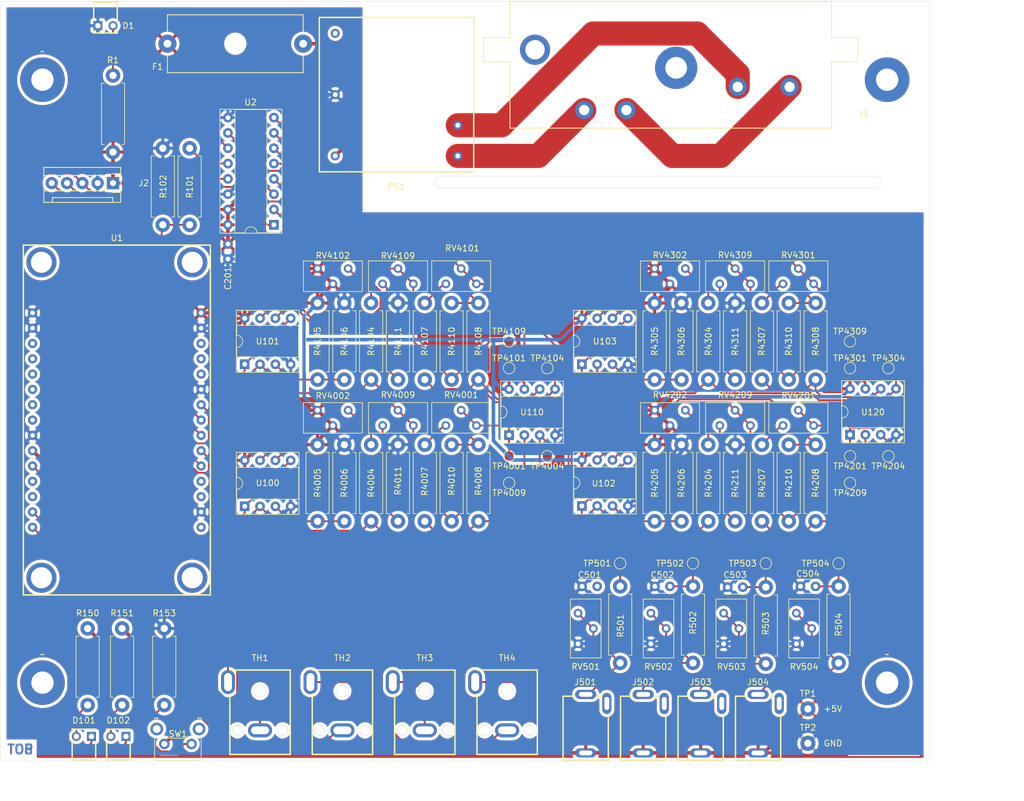
<source format=kicad_pcb>
(kicad_pcb (version 20171130) (host pcbnew "(5.1.4)-1")
  (title_block (title BBSensor) (date 2019-08-28) (rev 1.0) (comment 1 "BBQ Sensor"))
  (layers (0 F.Cu signal) (31 B.Cu signal) (34 B.Paste user) (35 F.Paste user) (36 B.SilkS user) (37 F.SilkS user) (38 B.Mask user) (39 F.Mask user) (44 Edge.Cuts user))
  (net 0 "")
  (net 1 GND)
  (net 2 +5V)
  (net 3 /Analog/Digital/TEMP5)
  (net 4 /Analog/Digital/TEMP6)
  (net 5 /Analog/Digital/TEMP7)
  (net 6 /Analog/Digital/TEMP8)
  (net 7 "Net-(D1-Pad2)")
  (net 8 "Net-(D101-Pad2)")
  (net 9 "Net-(D101-Pad1)")
  (net 10 "Net-(D102-Pad2)")
  (net 11 "Net-(D102-Pad1)")
  (net 12 "Net-(F1-Pad2)")
  (net 13 "Net-(J1-Pad1)")
  (net 14 "Net-(PS1-Pad3)")
  (net 15 /Analog/Digital/SPI1)
  (net 16 /Analog/Digital/SPI4)
  (net 17 /Analog/Digital/SPI2)
  (net 18 /ESP8266/MISO)
  (net 19 /Analog/Digital/SPI3)
  (net 20 /Display/SPI5)
  (net 21 +3V3)
  (net 22 "Net-(R153-Pad1)")
  (net 23 "Net-(J501-PadT)")
  (net 24 "Net-(J502-PadT)")
  (net 25 "Net-(J503-PadT)")
  (net 26 "Net-(J504-PadT)")
  (net 27 "Net-(R4004-Pad2)")
  (net 28 "Net-(R4004-Pad1)")
  (net 29 "Net-(R4005-Pad1)")
  (net 30 "Net-(R4007-Pad2)")
  (net 31 "Net-(R4007-Pad1)")
  (net 32 "Net-(R4008-Pad2)")
  (net 33 "Net-(R4010-Pad2)")
  (net 34 "Net-(R4011-Pad1)")
  (net 35 "Net-(R4104-Pad2)")
  (net 36 "Net-(R4104-Pad1)")
  (net 37 "Net-(R4105-Pad1)")
  (net 38 "Net-(R4107-Pad2)")
  (net 39 "Net-(R4107-Pad1)")
  (net 40 "Net-(R4108-Pad2)")
  (net 41 "Net-(R4110-Pad2)")
  (net 42 "Net-(R4111-Pad1)")
  (net 43 "Net-(R4204-Pad2)")
  (net 44 "Net-(R4204-Pad1)")
  (net 45 "Net-(R4205-Pad1)")
  (net 46 "Net-(R4207-Pad2)")
  (net 47 "Net-(R4207-Pad1)")
  (net 48 "Net-(R4208-Pad2)")
  (net 49 "Net-(R4210-Pad2)")
  (net 50 "Net-(R4211-Pad1)")
  (net 51 "Net-(R4304-Pad2)")
  (net 52 "Net-(R4304-Pad1)")
  (net 53 "Net-(R4305-Pad1)")
  (net 54 "Net-(R4307-Pad2)")
  (net 55 "Net-(R4307-Pad1)")
  (net 56 "Net-(R4308-Pad2)")
  (net 57 "Net-(R4310-Pad2)")
  (net 58 "Net-(R4311-Pad1)")
  (net 59 /Analog/Digital/TEMP1)
  (net 60 /Analog/Digital/TEMP2)
  (net 61 /Analog/Digital/TEMP3)
  (net 62 /Analog/Digital/TEMP4)
  (net 63 "Net-(TH1-Pad1)")
  (net 64 "Net-(TH2-Pad1)")
  (net 65 "Net-(TH3-Pad1)")
  (net 66 "Net-(TH4-Pad1)")
  (net 67 "Net-(U1-Pad18)")
  (net 68 "Net-(U1-Pad19)")
  (net 69 "Net-(U1-Pad23)")
  (net 70 "Net-(U1-Pad25)")
  (net 71 "Net-(U1-Pad24)")
  (net 72 "Net-(U1-Pad26)")
  (net 73 "Net-(U1-Pad27)")
  (net 74 "Net-(U1-Pad28)")
  (net 75 "Net-(U1-Pad13)")
  (net 76 "Net-(U1-Pad12)")
  (net 77 "Net-(U1-Pad11)")
  (net 78 "Net-(U1-Pad4)")
  (net 79 "Net-(U1-Pad3)")
  (net 80 "Net-(U1-Pad1)")
  (net 81 "Net-(J501-PadTN)")
  (net 82 "Net-(J502-PadTN)")
  (net 83 "Net-(J503-PadTN)")
  (net 84 "Net-(J504-PadTN)")
  (net 85 "Net-(J1-Pad2)")
  (net 86 "Net-(J1-Pad3)")
  (module Schurter:CMF1 (layer F.Cu) (at 126.1 15.035)
    (fp_text reference J1 (at 32.015 18.62) (layer F.SilkS))
    (fp_text value Schurter_CMF1)
    (pad 3 thru_hole circle (at -14.35 18) (size 3 3) (drill 1.7) (layers *.Cu *.Mask) (net 86 "Net-(J1-Pad3)"))
    (pad 4 thru_hole circle (at -7.35 18) (size 3 3) (drill 1.7) (layers *.Cu *.Mask) (net 85 "Net-(J1-Pad2)"))
    (pad 2 thru_hole circle (at 19.7 14.16) (size 3 3) (drill 1.7) (layers *.Cu *.Mask) (net 85 "Net-(J1-Pad2)"))
    (pad 1 thru_hole circle (at 11.1 14.16) (size 3 3) (drill 1.7) (layers *.Cu *.Mask) (net 13 "Net-(J1-Pad1)"))
    (pad "" np_thru_hole circle (at -28.95 8) (size 3 3) (drill 3) (layers *.Cu *.Mask))
    (pad "" np_thru_hole circle (at 28.95 8) (size 3 3) (drill 3) (layers *.Cu *.Mask))
    (pad "" np_thru_hole circle (at 22.5 8) (size 3.2 3.2) (drill 3.2) (layers *.Cu *.Mask))
    (pad "" np_thru_hole circle (at -22.5 8) (size 5 5) (drill 3.2) (layers *.Cu *.Mask))
    (pad "" np_thru_hole circle (at 0.9 11) (size 7 7) (drill 3.6) (layers *.Cu *.Mask))
  )
  (module Molex:Molex_KK256_Pin_Header_Straight_1x05 (layer F.Cu) (at 33.655 45.1485 270)
    (fp_text reference J2 (at 0 -5.1 180) (layer F.SilkS))
    (fp_text value Display)
    (pad 5 thru_hole oval (at 0 10.16 270) (size 2.032 2.032) (drill 1) (layers *.Cu *.Mask) (net 20 /Display/SPI5))
    (pad 4 thru_hole oval (at 0 7.62 270) (size 2.032 2.032) (drill 1) (layers *.Cu *.Mask) (net 19 /Analog/Digital/SPI3))
    (pad 3 thru_hole oval (at 0 5.08 270) (size 2.032 2.032) (drill 1) (layers *.Cu *.Mask) (net 15 /Analog/Digital/SPI1))
    (pad 2 thru_hole oval (at 0 2.54 270) (size 2.032 2.032) (drill 1) (layers *.Cu *.Mask) (net 1 GND))
    (pad 1 thru_hole rect (at 0 0 270) (size 2.032 2.032) (drill 1) (layers *.Cu *.Mask) (net 2 +5V))
  )
  (module Package_DIP:DIP-8_W7.62mm_Socket (layer F.Cu) (at 99.3 86.9475 90)
    (fp_text reference U110 (at 3.81 3.81 180) (layer F.SilkS))
    (fp_text value OPA2340)
    (pad 8 thru_hole oval (at 7.62 0 90) (size 1.6 1.6) (drill 0.8) (layers *.Cu *.Mask) (net 2 +5V))
    (pad 4 thru_hole oval (at 0 7.62 90) (size 1.6 1.6) (drill 0.8) (layers *.Cu *.Mask) (net 1 GND))
    (pad 7 thru_hole oval (at 7.62 2.54 90) (size 1.6 1.6) (drill 0.8) (layers *.Cu *.Mask) (net 60 /Analog/Digital/TEMP2))
    (pad 3 thru_hole oval (at 0 5.08 90) (size 1.6 1.6) (drill 0.8) (layers *.Cu *.Mask) (net 28 "Net-(R4004-Pad1)"))
    (pad 6 thru_hole oval (at 7.62 5.08 90) (size 1.6 1.6) (drill 0.8) (layers *.Cu *.Mask) (net 38 "Net-(R4107-Pad2)"))
    (pad 2 thru_hole oval (at 0 2.54 90) (size 1.6 1.6) (drill 0.8) (layers *.Cu *.Mask) (net 30 "Net-(R4007-Pad2)"))
    (pad 5 thru_hole oval (at 7.62 7.62 90) (size 1.6 1.6) (drill 0.8) (layers *.Cu *.Mask) (net 36 "Net-(R4104-Pad1)"))
    (pad 1 thru_hole rect (at 0 0 90) (size 1.6 1.6) (drill 0.8) (layers *.Cu *.Mask) (net 59 /Analog/Digital/TEMP1))
  )
  (module TestPoint:TestPoint_Pad_D1.5mm (layer F.Cu) (at 155.815 71.39)
    (fp_text reference TP4309 (at 0 -1.648) (layer F.SilkS))
    (fp_text value TestPoint)
    (pad 1 smd circle (at 0 0) (size 1.5 1.5) (layers F.Cu F.Mask) (net 57 "Net-(R4310-Pad2)"))
  )
  (module TestPoint:TestPoint_Pad_D1.5mm (layer F.Cu) (at 162.165 75.835)
    (fp_text reference TP4304 (at 0 -1.648) (layer F.SilkS))
    (fp_text value TestPoint)
    (pad 1 smd circle (at 0 0) (size 1.5 1.5) (layers F.Cu F.Mask) (net 52 "Net-(R4304-Pad1)"))
  )
  (module TestPoint:TestPoint_Pad_D1.5mm (layer F.Cu) (at 155.815 75.835)
    (fp_text reference TP4301 (at 0 -1.648) (layer F.SilkS))
    (fp_text value TestPoint)
    (pad 1 smd circle (at 0 0) (size 1.5 1.5) (layers F.Cu F.Mask) (net 62 /Analog/Digital/TEMP4))
  )
  (module TestPoint:TestPoint_Pad_D1.5mm (layer F.Cu) (at 155.815 94.885 180)
    (fp_text reference TP4209 (at 0 -1.648) (layer F.SilkS))
    (fp_text value TestPoint)
    (pad 1 smd circle (at 0 0 180) (size 1.5 1.5) (layers F.Cu F.Mask) (net 49 "Net-(R4210-Pad2)"))
  )
  (module TestPoint:TestPoint_Pad_D1.5mm (layer F.Cu) (at 162.165 90.44 180)
    (fp_text reference TP4204 (at 0 -1.648) (layer F.SilkS))
    (fp_text value TestPoint)
    (pad 1 smd circle (at 0 0 180) (size 1.5 1.5) (layers F.Cu F.Mask) (net 44 "Net-(R4204-Pad1)"))
  )
  (module TestPoint:TestPoint_Pad_D1.5mm (layer F.Cu) (at 155.815 90.44 180)
    (fp_text reference TP4201 (at 0 -1.648) (layer F.SilkS))
    (fp_text value TestPoint)
    (pad 1 smd circle (at 0 0 180) (size 1.5 1.5) (layers F.Cu F.Mask) (net 61 /Analog/Digital/TEMP3))
  )
  (module TestPoint:TestPoint_Pad_D1.5mm (layer F.Cu) (at 99.3 71.39)
    (fp_text reference TP4109 (at 0 -1.648) (layer F.SilkS))
    (fp_text value TestPoint)
    (pad 1 smd circle (at 0 0) (size 1.5 1.5) (layers F.Cu F.Mask) (net 41 "Net-(R4110-Pad2)"))
  )
  (module TestPoint:TestPoint_Pad_D1.5mm (layer F.Cu) (at 105.65 75.835)
    (fp_text reference TP4104 (at 0 -1.648) (layer F.SilkS))
    (fp_text value TestPoint)
    (pad 1 smd circle (at 0 0) (size 1.5 1.5) (layers F.Cu F.Mask) (net 36 "Net-(R4104-Pad1)"))
  )
  (module TestPoint:TestPoint_Pad_D1.5mm (layer F.Cu) (at 99.3 75.835)
    (fp_text reference TP4101 (at 0 -1.648) (layer F.SilkS))
    (fp_text value TestPoint)
    (pad 1 smd circle (at 0 0) (size 1.5 1.5) (layers F.Cu F.Mask) (net 60 /Analog/Digital/TEMP2))
  )
  (module TestPoint:TestPoint_Pad_D1.5mm (layer F.Cu) (at 99.3 94.885 180)
    (fp_text reference TP4009 (at 0 -1.648) (layer F.SilkS))
    (fp_text value TestPoint)
    (pad 1 smd circle (at 0 0 180) (size 1.5 1.5) (layers F.Cu F.Mask) (net 33 "Net-(R4010-Pad2)"))
  )
  (module TestPoint:TestPoint_Pad_D1.5mm (layer F.Cu) (at 105.65 90.44 180)
    (fp_text reference TP4004 (at 0 -1.648) (layer F.SilkS))
    (fp_text value TestPoint)
    (pad 1 smd circle (at 0 0 180) (size 1.5 1.5) (layers F.Cu F.Mask) (net 28 "Net-(R4004-Pad1)"))
  )
  (module TestPoint:TestPoint_Pad_D1.5mm (layer F.Cu) (at 99.3 90.44 180)
    (fp_text reference TP4001 (at 0 -1.648) (layer F.SilkS))
    (fp_text value TestPoint)
    (pad 1 smd circle (at 0 0 180) (size 1.5 1.5) (layers F.Cu F.Mask) (net 59 /Analog/Digital/TEMP1))
  )
  (module TestPoint:TestPoint_Pad_D1.5mm (layer F.Cu) (at 153.91 108.22)
    (fp_text reference TP504 (at -3.81 0) (layer F.SilkS))
    (fp_text value TestPoint)
    (pad 1 smd circle (at 0 0) (size 1.5 1.5) (layers F.Cu F.Mask) (net 6 /Analog/Digital/TEMP8))
  )
  (module TestPoint:TestPoint_Pad_D1.5mm (layer F.Cu) (at 141.845 108.22)
    (fp_text reference TP503 (at -3.81 0) (layer F.SilkS))
    (fp_text value TestPoint)
    (pad 1 smd circle (at 0 0) (size 1.5 1.5) (layers F.Cu F.Mask) (net 5 /Analog/Digital/TEMP7))
  )
  (module TestPoint:TestPoint_Pad_D1.5mm (layer F.Cu) (at 129.78 108.22)
    (fp_text reference TP502 (at -3.81 0) (layer F.SilkS))
    (fp_text value TestPoint)
    (pad 1 smd circle (at 0 0) (size 1.5 1.5) (layers F.Cu F.Mask) (net 4 /Analog/Digital/TEMP6))
  )
  (module TestPoint:TestPoint_Pad_D1.5mm (layer F.Cu) (at 117.715 108.22)
    (fp_text reference TP501 (at -3.81 0) (layer F.SilkS))
    (fp_text value TestPoint)
    (pad 1 smd circle (at 0 0) (size 1.5 1.5) (layers F.Cu F.Mask) (net 3 /Analog/Digital/TEMP5))
  )
  (module Collection:ESP8266-12E_NodeMCU_Lolin (layer F.Cu) (at 34.29 102.235 180)
    (fp_text reference U1 (at 0 48) (layer F.SilkS))
    (fp_text value ESP8266-12E_NodeMCU_Lolin)
    (pad "" np_thru_hole circle (at 12.5 43.95 180) (size 5 5) (drill 3.5) (layers *.Cu *.Mask))
    (pad "" np_thru_hole circle (at -12.5 43.95 180) (size 5 5) (drill 3.5) (layers *.Cu *.Mask))
    (pad "" np_thru_hole circle (at 12.5 -8.37 180) (size 5 5) (drill 3.5) (layers *.Cu *.Mask))
    (pad "" np_thru_hole circle (at -12.5 -8.37 180) (size 5 5) (drill 3.5) (layers *.Cu *.Mask))
    (pad 30 thru_hole circle (at 13.97 35.56 180) (size 1.524 1.524) (drill 0.762) (layers *.Cu *.Mask) (net 1 GND))
    (pad 16 thru_hole circle (at 13.97 0 180) (size 1.524 1.524) (drill 0.762) (layers *.Cu *.Mask) (net 9 "Net-(D101-Pad1)"))
    (pad 17 thru_hole circle (at 13.97 2.54 180) (size 1.524 1.524) (drill 0.762) (layers *.Cu *.Mask) (net 11 "Net-(D102-Pad1)"))
    (pad 18 thru_hole circle (at 13.97 5.08 180) (size 1.524 1.524) (drill 0.762) (layers *.Cu *.Mask) (net 67 "Net-(U1-Pad18)"))
    (pad 19 thru_hole circle (at 13.97 7.62 180) (size 1.524 1.524) (drill 0.762) (layers *.Cu *.Mask) (net 68 "Net-(U1-Pad19)"))
    (pad 20 thru_hole circle (at 13.97 10.16 180) (size 1.524 1.524) (drill 0.762) (layers *.Cu *.Mask) (net 22 "Net-(R153-Pad1)"))
    (pad 21 thru_hole circle (at 13.97 12.7 180) (size 1.524 1.524) (drill 0.762) (layers *.Cu *.Mask) (net 21 +3V3))
    (pad 23 thru_hole circle (at 13.97 17.78 180) (size 1.524 1.524) (drill 0.762) (layers *.Cu *.Mask) (net 69 "Net-(U1-Pad23)"))
    (pad 22 thru_hole circle (at 13.97 15.24 180) (size 1.524 1.524) (drill 0.762) (layers *.Cu *.Mask) (net 1 GND))
    (pad 25 thru_hole circle (at 13.97 22.86 180) (size 1.524 1.524) (drill 0.762) (layers *.Cu *.Mask) (net 70 "Net-(U1-Pad25)"))
    (pad 24 thru_hole circle (at 13.97 20.32 180) (size 1.524 1.524) (drill 0.762) (layers *.Cu *.Mask) (net 71 "Net-(U1-Pad24)"))
    (pad 26 thru_hole circle (at 13.97 25.4 180) (size 1.524 1.524) (drill 0.762) (layers *.Cu *.Mask) (net 72 "Net-(U1-Pad26)"))
    (pad 27 thru_hole circle (at 13.97 27.94 180) (size 1.524 1.524) (drill 0.762) (layers *.Cu *.Mask) (net 73 "Net-(U1-Pad27)"))
    (pad 29 thru_hole circle (at 13.97 33.02 180) (size 1.524 1.524) (drill 0.762) (layers *.Cu *.Mask) (net 1 GND))
    (pad 28 thru_hole circle (at 13.97 30.48 180) (size 1.524 1.524) (drill 0.762) (layers *.Cu *.Mask) (net 74 "Net-(U1-Pad28)"))
    (pad 15 thru_hole circle (at -13.97 35.56 180) (size 1.524 1.524) (drill 0.762) (layers *.Cu *.Mask) (net 2 +5V))
    (pad 13 thru_hole circle (at -13.97 30.48 180) (size 1.524 1.524) (drill 0.762) (layers *.Cu *.Mask) (net 75 "Net-(U1-Pad13)"))
    (pad 14 thru_hole circle (at -13.97 33.02 180) (size 1.524 1.524) (drill 0.762) (layers *.Cu *.Mask) (net 1 GND))
    (pad 12 thru_hole circle (at -13.97 27.94 180) (size 1.524 1.524) (drill 0.762) (layers *.Cu *.Mask) (net 76 "Net-(U1-Pad12)"))
    (pad 11 thru_hole circle (at -13.97 25.4 180) (size 1.524 1.524) (drill 0.762) (layers *.Cu *.Mask) (net 77 "Net-(U1-Pad11)"))
    (pad 9 thru_hole circle (at -13.97 20.32 180) (size 1.524 1.524) (drill 0.762) (layers *.Cu *.Mask) (net 19 /Analog/Digital/SPI3))
    (pad 10 thru_hole circle (at -13.97 22.86 180) (size 1.524 1.524) (drill 0.762) (layers *.Cu *.Mask) (net 1 GND))
    (pad 7 thru_hole circle (at -13.97 15.24 180) (size 1.524 1.524) (drill 0.762) (layers *.Cu *.Mask) (net 16 /Analog/Digital/SPI4))
    (pad 8 thru_hole circle (at -13.97 17.78 180) (size 1.524 1.524) (drill 0.762) (layers *.Cu *.Mask) (net 18 /ESP8266/MISO))
    (pad 6 thru_hole circle (at -13.97 12.7 180) (size 1.524 1.524) (drill 0.762) (layers *.Cu *.Mask) (net 15 /Analog/Digital/SPI1))
    (pad 5 thru_hole circle (at -13.97 10.16 180) (size 1.524 1.524) (drill 0.762) (layers *.Cu *.Mask) (net 20 /Display/SPI5))
    (pad 4 thru_hole circle (at -13.97 7.62 180) (size 1.524 1.524) (drill 0.762) (layers *.Cu *.Mask) (net 78 "Net-(U1-Pad4)"))
    (pad 3 thru_hole circle (at -13.97 5.08 180) (size 1.524 1.524) (drill 0.762) (layers *.Cu *.Mask) (net 79 "Net-(U1-Pad3)"))
    (pad 2 thru_hole circle (at -13.97 2.54 180) (size 1.524 1.524) (drill 0.762) (layers *.Cu *.Mask) (net 1 GND))
    (pad 1 thru_hole circle (at -13.97 0 180) (size 1.524 1.524) (drill 0.762) (layers *.Cu *.Mask) (net 80 "Net-(U1-Pad1)"))
  )
  (module Resistor_THT:R_Axial_DIN0411_L9.9mm_D3.6mm_P12.70mm_Horizontal (layer F.Cu) (at 41.91 52.07 90)
    (fp_text reference R102 (at 6.35 0.0635 270) (layer F.SilkS))
    (fp_text value 2k2)
    (pad 2 thru_hole oval (at 12.7 0 90) (size 2.4 2.4) (drill 1.2) (layers *.Cu *.Mask) (net 1 GND))
    (pad 1 thru_hole circle (at 0 0 90) (size 2.4 2.4) (drill 1.2) (layers *.Cu *.Mask) (net 18 /ESP8266/MISO))
  )
  (module Resistor_THT:R_Axial_DIN0411_L9.9mm_D3.6mm_P12.70mm_Horizontal (layer F.Cu) (at 46.355 52.07 90)
    (fp_text reference R101 (at 6.35 0 90) (layer F.SilkS))
    (fp_text value 1k)
    (pad 2 thru_hole oval (at 12.7 0 90) (size 2.4 2.4) (drill 1.2) (layers *.Cu *.Mask) (net 17 /Analog/Digital/SPI2))
    (pad 1 thru_hole circle (at 0 0 90) (size 2.4 2.4) (drill 1.2) (layers *.Cu *.Mask) (net 18 /ESP8266/MISO))
  )
  (module TestPoint:TestPoint_THTPad_D2.5mm_Drill1.2mm (layer F.Cu) (at 148.83 138.065)
    (fp_text reference TP2 (at 0 -2.6035) (layer F.SilkS))
    (fp_text value TestPoint)
    (pad 1 thru_hole circle (at 0 0) (size 2.5 2.5) (drill 1.2) (layers *.Cu *.Mask) (net 1 GND))
  )
  (module TestPoint:TestPoint_THTPad_D2.5mm_Drill1.2mm (layer F.Cu) (at 148.83 132.35)
    (fp_text reference TP1 (at 0 -2.54) (layer F.SilkS))
    (fp_text value TestPoint)
    (pad 1 thru_hole circle (at 0 0) (size 2.5 2.5) (drill 1.2) (layers *.Cu *.Mask) (net 2 +5V))
  )
  (module VCC:5600F (layer F.Cu) (at 32.405 15.05)
    (fp_text reference D1 (at 3.79 4) (layer F.SilkS))
    (fp_text value POWER)
    (pad 2 thru_hole circle (at 1.25 4) (size 1.5 1.5) (drill 0.9) (layers *.Cu *.Mask) (net 7 "Net-(D1-Pad2)"))
    (pad 1 thru_hole rect (at -1.25 4) (size 1.5 1.5) (drill 0.9) (layers *.Cu *.Mask) (net 1 GND))
  )
  (module Lumberg:LUMBERG_1501_09 (layer F.Cu) (at 112 140.8525 180)
    (fp_text reference J501 (at 0.0635 12.9475 180) (layer F.SilkS))
    (fp_text value AudioJack2_SwitchT)
    (pad TN thru_hole oval (at -3.5 9.4 180) (size 1.5 3.5) (drill oval 0.8 2.2) (layers *.Cu *.Mask) (net 81 "Net-(J501-PadTN)"))
    (pad T thru_hole oval (at 0 10.9 180) (size 3.5 1.5) (drill oval 2.3 0.8) (layers *.Cu *.Mask) (net 23 "Net-(J501-PadT)"))
    (pad S thru_hole oval (at 0 1.2 180) (size 3.5 1.5) (drill oval 2.2 0.8) (layers *.Cu *.Mask) (net 2 +5V))
  )
  (module VCC:5600F (layer F.Cu) (at 28.835 140.922 180)
    (fp_text reference D101 (at 0 6.667 180) (layer F.SilkS))
    (fp_text value RED)
    (pad 2 thru_hole circle (at 1.25 4 180) (size 1.5 1.5) (drill 0.9) (layers *.Cu *.Mask) (net 8 "Net-(D101-Pad2)"))
    (pad 1 thru_hole rect (at -1.25 4 180) (size 1.5 1.5) (drill 0.9) (layers *.Cu *.Mask) (net 9 "Net-(D101-Pad1)"))
  )
  (module VCC:5600F (layer F.Cu) (at 34.55 140.922 180)
    (fp_text reference D102 (at 0.02 6.667) (layer F.SilkS))
    (fp_text value GREEN)
    (pad 2 thru_hole circle (at 1.25 4 180) (size 1.5 1.5) (drill 0.9) (layers *.Cu *.Mask) (net 10 "Net-(D102-Pad2)"))
    (pad 1 thru_hole rect (at -1.25 4 180) (size 1.5 1.5) (drill 0.9) (layers *.Cu *.Mask) (net 11 "Net-(D102-Pad1)"))
  )
  (module Lumberg:LUMBERG_1501_09 (layer F.Cu) (at 140.575 140.8525 180)
    (fp_text reference J504 (at 0 12.9475) (layer F.SilkS))
    (fp_text value AudioJack2_SwitchT)
    (pad TN thru_hole oval (at -3.5 9.4 180) (size 1.5 3.5) (drill oval 0.8 2.2) (layers *.Cu *.Mask) (net 84 "Net-(J504-PadTN)"))
    (pad T thru_hole oval (at 0 10.9 180) (size 3.5 1.5) (drill oval 2.3 0.8) (layers *.Cu *.Mask) (net 26 "Net-(J504-PadT)"))
    (pad S thru_hole oval (at 0 1.2 180) (size 3.5 1.5) (drill oval 2.2 0.8) (layers *.Cu *.Mask) (net 2 +5V))
  )
  (module Lumberg:LUMBERG_1501_09 (layer F.Cu) (at 131.05 140.8525 180)
    (fp_text reference J503 (at 0 12.9475) (layer F.SilkS))
    (fp_text value AudioJack2_SwitchT)
    (pad TN thru_hole oval (at -3.5 9.4 180) (size 1.5 3.5) (drill oval 0.8 2.2) (layers *.Cu *.Mask) (net 83 "Net-(J503-PadTN)"))
    (pad T thru_hole oval (at 0 10.9 180) (size 3.5 1.5) (drill oval 2.3 0.8) (layers *.Cu *.Mask) (net 25 "Net-(J503-PadT)"))
    (pad S thru_hole oval (at 0 1.2 180) (size 3.5 1.5) (drill oval 2.2 0.8) (layers *.Cu *.Mask) (net 2 +5V))
  )
  (module Lumberg:LUMBERG_1501_09 (layer F.Cu) (at 121.525 140.8525 180)
    (fp_text reference J502 (at 0 12.9475) (layer F.SilkS))
    (fp_text value AudioJack2_SwitchT)
    (pad TN thru_hole oval (at -3.5 9.4 180) (size 1.5 3.5) (drill oval 0.8 2.2) (layers *.Cu *.Mask) (net 82 "Net-(J502-PadTN)"))
    (pad T thru_hole oval (at 0 10.9 180) (size 3.5 1.5) (drill oval 2.3 0.8) (layers *.Cu *.Mask) (net 24 "Net-(J502-PadT)"))
    (pad S thru_hole oval (at 0 1.2 180) (size 3.5 1.5) (drill oval 2.2 0.8) (layers *.Cu *.Mask) (net 2 +5V))
  )
  (module Potentiometer_THT:Potentiometer_Bourns_3296Y_Vertical (layer F.Cu) (at 146.925 116.475 90)
    (fp_text reference RV504 (at -8.89 1.27 180) (layer F.SilkS))
    (fp_text value 10k)
    (pad 3 thru_hole circle (at -5.08 0 90) (size 1.44 1.44) (drill 0.8) (layers *.Cu *.Mask) (net 1 GND))
    (pad 2 thru_hole circle (at -2.54 2.54 90) (size 1.44 1.44) (drill 0.8) (layers *.Cu *.Mask) (net 26 "Net-(J504-PadT)"))
    (pad 1 thru_hole circle (at 0 0 90) (size 1.44 1.44) (drill 0.8) (layers *.Cu *.Mask) (net 26 "Net-(J504-PadT)"))
  )
  (module Potentiometer_THT:Potentiometer_Bourns_3296Y_Vertical (layer F.Cu) (at 134.86 116.475 90)
    (fp_text reference RV503 (at -8.89 1.27 180) (layer F.SilkS))
    (fp_text value 10k)
    (pad 3 thru_hole circle (at -5.08 0 90) (size 1.44 1.44) (drill 0.8) (layers *.Cu *.Mask) (net 1 GND))
    (pad 2 thru_hole circle (at -2.54 2.54 90) (size 1.44 1.44) (drill 0.8) (layers *.Cu *.Mask) (net 25 "Net-(J503-PadT)"))
    (pad 1 thru_hole circle (at 0 0 90) (size 1.44 1.44) (drill 0.8) (layers *.Cu *.Mask) (net 25 "Net-(J503-PadT)"))
  )
  (module Potentiometer_THT:Potentiometer_Bourns_3296Y_Vertical (layer F.Cu) (at 122.795 116.475 90)
    (fp_text reference RV502 (at -8.89 1.27 180) (layer F.SilkS))
    (fp_text value 10k)
    (pad 3 thru_hole circle (at -5.08 0 90) (size 1.44 1.44) (drill 0.8) (layers *.Cu *.Mask) (net 1 GND))
    (pad 2 thru_hole circle (at -2.54 2.54 90) (size 1.44 1.44) (drill 0.8) (layers *.Cu *.Mask) (net 24 "Net-(J502-PadT)"))
    (pad 1 thru_hole circle (at 0 0 90) (size 1.44 1.44) (drill 0.8) (layers *.Cu *.Mask) (net 24 "Net-(J502-PadT)"))
  )
  (module Potentiometer_THT:Potentiometer_Bourns_3296Y_Vertical (layer F.Cu) (at 110.73 116.475 90)
    (fp_text reference RV501 (at -8.89 1.27 180) (layer F.SilkS))
    (fp_text value 10k)
    (pad 3 thru_hole circle (at -5.08 0 90) (size 1.44 1.44) (drill 0.8) (layers *.Cu *.Mask) (net 1 GND))
    (pad 2 thru_hole circle (at -2.54 2.54 90) (size 1.44 1.44) (drill 0.8) (layers *.Cu *.Mask) (net 23 "Net-(J501-PadT)"))
    (pad 1 thru_hole circle (at 0 0 90) (size 1.44 1.44) (drill 0.8) (layers *.Cu *.Mask) (net 23 "Net-(J501-PadT)"))
  )
  (module Package_DIP:DIP-8_W7.62mm_Socket (layer F.Cu) (at 155.815 86.884 90)
    (fp_text reference U120 (at 3.7465 3.81) (layer F.SilkS))
    (fp_text value OPA2340)
    (pad 8 thru_hole oval (at 7.62 0 90) (size 1.6 1.6) (drill 0.8) (layers *.Cu *.Mask) (net 2 +5V))
    (pad 4 thru_hole oval (at 0 7.62 90) (size 1.6 1.6) (drill 0.8) (layers *.Cu *.Mask) (net 1 GND))
    (pad 7 thru_hole oval (at 7.62 2.54 90) (size 1.6 1.6) (drill 0.8) (layers *.Cu *.Mask) (net 62 /Analog/Digital/TEMP4))
    (pad 3 thru_hole oval (at 0 5.08 90) (size 1.6 1.6) (drill 0.8) (layers *.Cu *.Mask) (net 44 "Net-(R4204-Pad1)"))
    (pad 6 thru_hole oval (at 7.62 5.08 90) (size 1.6 1.6) (drill 0.8) (layers *.Cu *.Mask) (net 54 "Net-(R4307-Pad2)"))
    (pad 2 thru_hole oval (at 0 2.54 90) (size 1.6 1.6) (drill 0.8) (layers *.Cu *.Mask) (net 46 "Net-(R4207-Pad2)"))
    (pad 5 thru_hole oval (at 7.62 7.62 90) (size 1.6 1.6) (drill 0.8) (layers *.Cu *.Mask) (net 52 "Net-(R4304-Pad1)"))
    (pad 1 thru_hole rect (at 0 0 90) (size 1.6 1.6) (drill 0.8) (layers *.Cu *.Mask) (net 61 /Analog/Digital/TEMP3))
  )
  (module Package_DIP:DIP-8_W7.62mm_Socket (layer F.Cu) (at 111.365 75.2 90)
    (fp_text reference U103 (at 3.81 3.81 180) (layer F.SilkS))
    (fp_text value OPA2340)
    (pad 8 thru_hole oval (at 7.62 0 90) (size 1.6 1.6) (drill 0.8) (layers *.Cu *.Mask) (net 2 +5V))
    (pad 4 thru_hole oval (at 0 7.62 90) (size 1.6 1.6) (drill 0.8) (layers *.Cu *.Mask) (net 1 GND))
    (pad 7 thru_hole oval (at 7.62 2.54 90) (size 1.6 1.6) (drill 0.8) (layers *.Cu *.Mask) (net 56 "Net-(R4308-Pad2)"))
    (pad 3 thru_hole oval (at 0 5.08 90) (size 1.6 1.6) (drill 0.8) (layers *.Cu *.Mask) (net 53 "Net-(R4305-Pad1)"))
    (pad 6 thru_hole oval (at 7.62 5.08 90) (size 1.6 1.6) (drill 0.8) (layers *.Cu *.Mask) (net 57 "Net-(R4310-Pad2)"))
    (pad 2 thru_hole oval (at 0 2.54 90) (size 1.6 1.6) (drill 0.8) (layers *.Cu *.Mask) (net 52 "Net-(R4304-Pad1)"))
    (pad 5 thru_hole oval (at 7.62 7.62 90) (size 1.6 1.6) (drill 0.8) (layers *.Cu *.Mask) (net 66 "Net-(TH4-Pad1)"))
    (pad 1 thru_hole rect (at 0 0 90) (size 1.6 1.6) (drill 0.8) (layers *.Cu *.Mask) (net 66 "Net-(TH4-Pad1)"))
  )
  (module Package_DIP:DIP-8_W7.62mm_Socket (layer F.Cu) (at 111.365 98.695 90)
    (fp_text reference U102 (at 3.7465 3.6195 180) (layer F.SilkS))
    (fp_text value OPA2340)
    (pad 8 thru_hole oval (at 7.62 0 90) (size 1.6 1.6) (drill 0.8) (layers *.Cu *.Mask) (net 2 +5V))
    (pad 4 thru_hole oval (at 0 7.62 90) (size 1.6 1.6) (drill 0.8) (layers *.Cu *.Mask) (net 1 GND))
    (pad 7 thru_hole oval (at 7.62 2.54 90) (size 1.6 1.6) (drill 0.8) (layers *.Cu *.Mask) (net 48 "Net-(R4208-Pad2)"))
    (pad 3 thru_hole oval (at 0 5.08 90) (size 1.6 1.6) (drill 0.8) (layers *.Cu *.Mask) (net 45 "Net-(R4205-Pad1)"))
    (pad 6 thru_hole oval (at 7.62 5.08 90) (size 1.6 1.6) (drill 0.8) (layers *.Cu *.Mask) (net 49 "Net-(R4210-Pad2)"))
    (pad 2 thru_hole oval (at 0 2.54 90) (size 1.6 1.6) (drill 0.8) (layers *.Cu *.Mask) (net 44 "Net-(R4204-Pad1)"))
    (pad 5 thru_hole oval (at 7.62 7.62 90) (size 1.6 1.6) (drill 0.8) (layers *.Cu *.Mask) (net 65 "Net-(TH3-Pad1)"))
    (pad 1 thru_hole rect (at 0 0 90) (size 1.6 1.6) (drill 0.8) (layers *.Cu *.Mask) (net 65 "Net-(TH3-Pad1)"))
  )
  (module Package_DIP:DIP-8_W7.62mm_Socket (layer F.Cu) (at 55.485 75.2 90)
    (fp_text reference U101 (at 3.81 3.81 180) (layer F.SilkS))
    (fp_text value OPA2340)
    (pad 8 thru_hole oval (at 7.62 0 90) (size 1.6 1.6) (drill 0.8) (layers *.Cu *.Mask) (net 2 +5V))
    (pad 4 thru_hole oval (at 0 7.62 90) (size 1.6 1.6) (drill 0.8) (layers *.Cu *.Mask) (net 1 GND))
    (pad 7 thru_hole oval (at 7.62 2.54 90) (size 1.6 1.6) (drill 0.8) (layers *.Cu *.Mask) (net 40 "Net-(R4108-Pad2)"))
    (pad 3 thru_hole oval (at 0 5.08 90) (size 1.6 1.6) (drill 0.8) (layers *.Cu *.Mask) (net 37 "Net-(R4105-Pad1)"))
    (pad 6 thru_hole oval (at 7.62 5.08 90) (size 1.6 1.6) (drill 0.8) (layers *.Cu *.Mask) (net 41 "Net-(R4110-Pad2)"))
    (pad 2 thru_hole oval (at 0 2.54 90) (size 1.6 1.6) (drill 0.8) (layers *.Cu *.Mask) (net 36 "Net-(R4104-Pad1)"))
    (pad 5 thru_hole oval (at 7.62 7.62 90) (size 1.6 1.6) (drill 0.8) (layers *.Cu *.Mask) (net 64 "Net-(TH2-Pad1)"))
    (pad 1 thru_hole rect (at 0 0 90) (size 1.6 1.6) (drill 0.8) (layers *.Cu *.Mask) (net 64 "Net-(TH2-Pad1)"))
  )
  (module Package_DIP:DIP-8_W7.62mm_Socket (layer F.Cu) (at 55.485 98.7585 90)
    (fp_text reference U100 (at 3.8735 3.81 180) (layer F.SilkS))
    (fp_text value OPA2340)
    (pad 8 thru_hole oval (at 7.62 0 90) (size 1.6 1.6) (drill 0.8) (layers *.Cu *.Mask) (net 2 +5V))
    (pad 4 thru_hole oval (at 0 7.62 90) (size 1.6 1.6) (drill 0.8) (layers *.Cu *.Mask) (net 1 GND))
    (pad 7 thru_hole oval (at 7.62 2.54 90) (size 1.6 1.6) (drill 0.8) (layers *.Cu *.Mask) (net 32 "Net-(R4008-Pad2)"))
    (pad 3 thru_hole oval (at 0 5.08 90) (size 1.6 1.6) (drill 0.8) (layers *.Cu *.Mask) (net 29 "Net-(R4005-Pad1)"))
    (pad 6 thru_hole oval (at 7.62 5.08 90) (size 1.6 1.6) (drill 0.8) (layers *.Cu *.Mask) (net 33 "Net-(R4010-Pad2)"))
    (pad 2 thru_hole oval (at 0 2.54 90) (size 1.6 1.6) (drill 0.8) (layers *.Cu *.Mask) (net 28 "Net-(R4004-Pad1)"))
    (pad 5 thru_hole oval (at 7.62 7.62 90) (size 1.6 1.6) (drill 0.8) (layers *.Cu *.Mask) (net 63 "Net-(TH1-Pad1)"))
    (pad 1 thru_hole rect (at 0 0 90) (size 1.6 1.6) (drill 0.8) (layers *.Cu *.Mask) (net 63 "Net-(TH1-Pad1)"))
  )
  (module Package_DIP:DIP-16_W7.62mm_Socket (layer F.Cu) (at 60.325 52.07 180)
    (fp_text reference U2 (at 3.8735 20.32) (layer F.SilkS))
    (fp_text value MCP3208)
    (pad 16 thru_hole oval (at 7.62 0 180) (size 1.6 1.6) (drill 0.8) (layers *.Cu *.Mask) (net 2 +5V))
    (pad 8 thru_hole oval (at 0 17.78 180) (size 1.6 1.6) (drill 0.8) (layers *.Cu *.Mask) (net 6 /Analog/Digital/TEMP8))
    (pad 15 thru_hole oval (at 7.62 2.54 180) (size 1.6 1.6) (drill 0.8) (layers *.Cu *.Mask) (net 2 +5V))
    (pad 7 thru_hole oval (at 0 15.24 180) (size 1.6 1.6) (drill 0.8) (layers *.Cu *.Mask) (net 5 /Analog/Digital/TEMP7))
    (pad 14 thru_hole oval (at 7.62 5.08 180) (size 1.6 1.6) (drill 0.8) (layers *.Cu *.Mask) (net 1 GND))
    (pad 6 thru_hole oval (at 0 12.7 180) (size 1.6 1.6) (drill 0.8) (layers *.Cu *.Mask) (net 4 /Analog/Digital/TEMP6))
    (pad 13 thru_hole oval (at 7.62 7.62 180) (size 1.6 1.6) (drill 0.8) (layers *.Cu *.Mask) (net 19 /Analog/Digital/SPI3))
    (pad 5 thru_hole oval (at 0 10.16 180) (size 1.6 1.6) (drill 0.8) (layers *.Cu *.Mask) (net 3 /Analog/Digital/TEMP5))
    (pad 12 thru_hole oval (at 7.62 10.16 180) (size 1.6 1.6) (drill 0.8) (layers *.Cu *.Mask) (net 17 /Analog/Digital/SPI2))
    (pad 4 thru_hole oval (at 0 7.62 180) (size 1.6 1.6) (drill 0.8) (layers *.Cu *.Mask) (net 62 /Analog/Digital/TEMP4))
    (pad 11 thru_hole oval (at 7.62 12.7 180) (size 1.6 1.6) (drill 0.8) (layers *.Cu *.Mask) (net 15 /Analog/Digital/SPI1))
    (pad 3 thru_hole oval (at 0 5.08 180) (size 1.6 1.6) (drill 0.8) (layers *.Cu *.Mask) (net 61 /Analog/Digital/TEMP3))
    (pad 10 thru_hole oval (at 7.62 15.24 180) (size 1.6 1.6) (drill 0.8) (layers *.Cu *.Mask) (net 16 /Analog/Digital/SPI4))
    (pad 2 thru_hole oval (at 0 2.54 180) (size 1.6 1.6) (drill 0.8) (layers *.Cu *.Mask) (net 60 /Analog/Digital/TEMP2))
    (pad 9 thru_hole oval (at 7.62 17.78 180) (size 1.6 1.6) (drill 0.8) (layers *.Cu *.Mask) (net 1 GND))
    (pad 1 thru_hole rect (at 0 0 180) (size 1.6 1.6) (drill 0.8) (layers *.Cu *.Mask) (net 59 /Analog/Digital/TEMP1))
  )
  (module Lumberg:LUMBERG_1553_02 (layer F.Cu) (at 98.9825 135.906 180)
    (fp_text reference TH4 (at 0 12) (layer F.SilkS))
    (fp_text value Thermistor_NTC)
    (pad 1 thru_hole oval (at 5.3 8 270) (size 4 2.3) (drill oval 3 1.3) (layers *.Cu *.Mask) (net 66 "Net-(TH4-Pad1)"))
    (pad "" thru_hole circle (at 0 6.5 180) (size 2 2) (drill 2) (layers *.Cu *.Mask))
    (pad "" thru_hole circle (at -3.75 0 180) (size 1.7 1.7) (drill 1.7) (layers *.Cu *.Mask))
    (pad "" thru_hole circle (at 3.75 0 180) (size 1.7 1.7) (drill 1.7) (layers *.Cu *.Mask))
    (pad 2 thru_hole oval (at 0 0 180) (size 4 2.3) (drill oval 3 1.3) (layers *.Cu *.Mask) (net 52 "Net-(R4304-Pad1)"))
  )
  (module Lumberg:LUMBERG_1553_02 (layer F.Cu) (at 85.33 135.906 180)
    (fp_text reference TH3 (at 0 12) (layer F.SilkS))
    (fp_text value Thermistor_NTC)
    (pad 1 thru_hole oval (at 5.3 8 270) (size 4 2.3) (drill oval 3 1.3) (layers *.Cu *.Mask) (net 65 "Net-(TH3-Pad1)"))
    (pad "" thru_hole circle (at 0 6.5 180) (size 2 2) (drill 2) (layers *.Cu *.Mask))
    (pad "" thru_hole circle (at -3.75 0 180) (size 1.7 1.7) (drill 1.7) (layers *.Cu *.Mask))
    (pad "" thru_hole circle (at 3.75 0 180) (size 1.7 1.7) (drill 1.7) (layers *.Cu *.Mask))
    (pad 2 thru_hole oval (at 0 0 180) (size 4 2.3) (drill oval 3 1.3) (layers *.Cu *.Mask) (net 44 "Net-(R4204-Pad1)"))
  )
  (module Lumberg:LUMBERG_1553_02 (layer F.Cu) (at 71.6775 135.906 180)
    (fp_text reference TH2 (at 0 12) (layer F.SilkS))
    (fp_text value Thermistor_NTC)
    (pad 1 thru_hole oval (at 5.3 8 270) (size 4 2.3) (drill oval 3 1.3) (layers *.Cu *.Mask) (net 64 "Net-(TH2-Pad1)"))
    (pad "" thru_hole circle (at 0 6.5 180) (size 2 2) (drill 2) (layers *.Cu *.Mask))
    (pad "" thru_hole circle (at -3.75 0 180) (size 1.7 1.7) (drill 1.7) (layers *.Cu *.Mask))
    (pad "" thru_hole circle (at 3.75 0 180) (size 1.7 1.7) (drill 1.7) (layers *.Cu *.Mask))
    (pad 2 thru_hole oval (at 0 0 180) (size 4 2.3) (drill oval 3 1.3) (layers *.Cu *.Mask) (net 36 "Net-(R4104-Pad1)"))
  )
  (module Lumberg:LUMBERG_1553_02 (layer F.Cu) (at 58.025 135.906 180)
    (fp_text reference TH1 (at 0 12) (layer F.SilkS))
    (fp_text value Thermistor_NTC)
    (pad 1 thru_hole oval (at 5.3 8 270) (size 4 2.3) (drill oval 3 1.3) (layers *.Cu *.Mask) (net 63 "Net-(TH1-Pad1)"))
    (pad "" thru_hole circle (at 0 6.5 180) (size 2 2) (drill 2) (layers *.Cu *.Mask))
    (pad "" thru_hole circle (at -3.75 0 180) (size 1.7 1.7) (drill 1.7) (layers *.Cu *.Mask))
    (pad "" thru_hole circle (at 3.75 0 180) (size 1.7 1.7) (drill 1.7) (layers *.Cu *.Mask))
    (pad 2 thru_hole oval (at 0 0 180) (size 4 2.3) (drill oval 3 1.3) (layers *.Cu *.Mask) (net 28 "Net-(R4004-Pad1)"))
  )
  (module Button_Switch_THT:SW_Tactile_SPST_Angled_PTS645Vx83-2LFS (layer F.Cu) (at 46.664 138.176 180)
    (fp_text reference SW1 (at 2.25 1.68) (layer F.SilkS))
    (fp_text value SW_Push)
    (pad "" thru_hole circle (at -1.25 2.49 180) (size 2.1 2.1) (drill 1.3) (layers *.Cu *.Mask))
    (pad 1 thru_hole circle (at 0 0 180) (size 1.75 1.75) (drill 0.99) (layers *.Cu *.Mask) (net 22 "Net-(R153-Pad1)"))
    (pad 2 thru_hole circle (at 4.5 0 180) (size 1.75 1.75) (drill 0.99) (layers *.Cu *.Mask) (net 21 +3V3))
    (pad "" thru_hole circle (at 5.76 2.49 180) (size 2.1 2.1) (drill 1.3) (layers *.Cu *.Mask))
  )
  (module Potentiometer_THT:Potentiometer_Bourns_3296Y_Vertical (layer F.Cu) (at 134.225 61.865 180)
    (fp_text reference RV4309 (at -2.54 4.7625) (layer F.SilkS))
    (fp_text value 470)
    (pad 3 thru_hole circle (at -5.08 0 180) (size 1.44 1.44) (drill 0.8) (layers *.Cu *.Mask) (net 57 "Net-(R4310-Pad2)"))
    (pad 2 thru_hole circle (at -2.54 2.54 180) (size 1.44 1.44) (drill 0.8) (layers *.Cu *.Mask) (net 57 "Net-(R4310-Pad2)"))
    (pad 1 thru_hole circle (at 0 0 180) (size 1.44 1.44) (drill 0.8) (layers *.Cu *.Mask) (net 58 "Net-(R4311-Pad1)"))
  )
  (module Potentiometer_THT:Potentiometer_Bourns_3296Y_Vertical (layer F.Cu) (at 128.51 59.325)
    (fp_text reference RV4302 (at -2.54 -2.2225) (layer F.SilkS))
    (fp_text value 300)
    (pad 3 thru_hole circle (at -5.08 0) (size 1.44 1.44) (drill 0.8) (layers *.Cu *.Mask) (net 2 +5V))
    (pad 2 thru_hole circle (at -2.54 2.54) (size 1.44 1.44) (drill 0.8) (layers *.Cu *.Mask) (net 2 +5V))
    (pad 1 thru_hole circle (at 0 0) (size 1.44 1.44) (drill 0.8) (layers *.Cu *.Mask) (net 51 "Net-(R4304-Pad2)"))
  )
  (module Potentiometer_THT:Potentiometer_Bourns_3296Y_Vertical (layer F.Cu) (at 144.7025 61.865 180)
    (fp_text reference RV4301 (at -2.54 4.7625) (layer F.SilkS))
    (fp_text value 405)
    (pad 3 thru_hole circle (at -5.08 0 180) (size 1.44 1.44) (drill 0.8) (layers *.Cu *.Mask) (net 62 /Analog/Digital/TEMP4))
    (pad 2 thru_hole circle (at -2.54 2.54 180) (size 1.44 1.44) (drill 0.8) (layers *.Cu *.Mask) (net 62 /Analog/Digital/TEMP4))
    (pad 1 thru_hole circle (at 0 0 180) (size 1.44 1.44) (drill 0.8) (layers *.Cu *.Mask) (net 55 "Net-(R4307-Pad1)"))
  )
  (module Potentiometer_THT:Potentiometer_Bourns_3296Y_Vertical (layer F.Cu) (at 134.225 85.36 180)
    (fp_text reference RV4209 (at -2.54 5.08) (layer F.SilkS))
    (fp_text value 470)
    (pad 3 thru_hole circle (at -5.08 0 180) (size 1.44 1.44) (drill 0.8) (layers *.Cu *.Mask) (net 49 "Net-(R4210-Pad2)"))
    (pad 2 thru_hole circle (at -2.54 2.54 180) (size 1.44 1.44) (drill 0.8) (layers *.Cu *.Mask) (net 49 "Net-(R4210-Pad2)"))
    (pad 1 thru_hole circle (at 0 0 180) (size 1.44 1.44) (drill 0.8) (layers *.Cu *.Mask) (net 50 "Net-(R4211-Pad1)"))
  )
  (module Potentiometer_THT:Potentiometer_Bourns_3296Y_Vertical (layer F.Cu) (at 128.51 82.82)
    (fp_text reference RV4202 (at -2.54 -2.54 180) (layer F.SilkS))
    (fp_text value 300)
    (pad 3 thru_hole circle (at -5.08 0) (size 1.44 1.44) (drill 0.8) (layers *.Cu *.Mask) (net 2 +5V))
    (pad 2 thru_hole circle (at -2.54 2.54) (size 1.44 1.44) (drill 0.8) (layers *.Cu *.Mask) (net 2 +5V))
    (pad 1 thru_hole circle (at 0 0) (size 1.44 1.44) (drill 0.8) (layers *.Cu *.Mask) (net 43 "Net-(R4204-Pad2)"))
  )
  (module Potentiometer_THT:Potentiometer_Bourns_3296Y_Vertical (layer F.Cu) (at 144.7025 85.36 180)
    (fp_text reference RV4201 (at -2.5835 4.956) (layer F.SilkS))
    (fp_text value 405)
    (pad 3 thru_hole circle (at -5.08 0 180) (size 1.44 1.44) (drill 0.8) (layers *.Cu *.Mask) (net 61 /Analog/Digital/TEMP3))
    (pad 2 thru_hole circle (at -2.54 2.54 180) (size 1.44 1.44) (drill 0.8) (layers *.Cu *.Mask) (net 61 /Analog/Digital/TEMP3))
    (pad 1 thru_hole circle (at 0 0 180) (size 1.44 1.44) (drill 0.8) (layers *.Cu *.Mask) (net 47 "Net-(R4207-Pad1)"))
  )
  (module Potentiometer_THT:Potentiometer_Bourns_3296Y_Vertical (layer F.Cu) (at 78.345 61.865 180)
    (fp_text reference RV4109 (at -2.54 4.6355) (layer F.SilkS))
    (fp_text value 470)
    (pad 3 thru_hole circle (at -5.08 0 180) (size 1.44 1.44) (drill 0.8) (layers *.Cu *.Mask) (net 41 "Net-(R4110-Pad2)"))
    (pad 2 thru_hole circle (at -2.54 2.54 180) (size 1.44 1.44) (drill 0.8) (layers *.Cu *.Mask) (net 41 "Net-(R4110-Pad2)"))
    (pad 1 thru_hole circle (at 0 0 180) (size 1.44 1.44) (drill 0.8) (layers *.Cu *.Mask) (net 42 "Net-(R4111-Pad1)"))
  )
  (module Potentiometer_THT:Potentiometer_Bourns_3296Y_Vertical (layer F.Cu) (at 72.63 59.325)
    (fp_text reference RV4102 (at -2.54 -2.159) (layer F.SilkS))
    (fp_text value 300)
    (pad 3 thru_hole circle (at -5.08 0) (size 1.44 1.44) (drill 0.8) (layers *.Cu *.Mask) (net 2 +5V))
    (pad 2 thru_hole circle (at -2.54 2.54) (size 1.44 1.44) (drill 0.8) (layers *.Cu *.Mask) (net 2 +5V))
    (pad 1 thru_hole circle (at 0 0) (size 1.44 1.44) (drill 0.8) (layers *.Cu *.Mask) (net 35 "Net-(R4104-Pad2)"))
  )
  (module Potentiometer_THT:Potentiometer_Bourns_3296Y_Vertical (layer F.Cu) (at 88.8225 61.865 180)
    (fp_text reference RV4101 (at -2.7305 5.9055) (layer F.SilkS))
    (fp_text value 405)
    (pad 3 thru_hole circle (at -5.08 0 180) (size 1.44 1.44) (drill 0.8) (layers *.Cu *.Mask) (net 60 /Analog/Digital/TEMP2))
    (pad 2 thru_hole circle (at -2.54 2.54 180) (size 1.44 1.44) (drill 0.8) (layers *.Cu *.Mask) (net 60 /Analog/Digital/TEMP2))
    (pad 1 thru_hole circle (at 0 0 180) (size 1.44 1.44) (drill 0.8) (layers *.Cu *.Mask) (net 39 "Net-(R4107-Pad1)"))
  )
  (module Potentiometer_THT:Potentiometer_Bourns_3296Y_Vertical (layer F.Cu) (at 78.345 85.36 180)
    (fp_text reference RV4009 (at -2.54 5.08) (layer F.SilkS))
    (fp_text value 470)
    (pad 3 thru_hole circle (at -5.08 0 180) (size 1.44 1.44) (drill 0.8) (layers *.Cu *.Mask) (net 33 "Net-(R4010-Pad2)"))
    (pad 2 thru_hole circle (at -2.54 2.54 180) (size 1.44 1.44) (drill 0.8) (layers *.Cu *.Mask) (net 33 "Net-(R4010-Pad2)"))
    (pad 1 thru_hole circle (at 0 0 180) (size 1.44 1.44) (drill 0.8) (layers *.Cu *.Mask) (net 34 "Net-(R4011-Pad1)"))
  )
  (module Potentiometer_THT:Potentiometer_Bourns_3296Y_Vertical (layer F.Cu) (at 72.63 82.82)
    (fp_text reference RV4002 (at -2.54 -2.39) (layer F.SilkS))
    (fp_text value 300)
    (pad 3 thru_hole circle (at -5.08 0) (size 1.44 1.44) (drill 0.8) (layers *.Cu *.Mask) (net 2 +5V))
    (pad 2 thru_hole circle (at -2.54 2.54) (size 1.44 1.44) (drill 0.8) (layers *.Cu *.Mask) (net 2 +5V))
    (pad 1 thru_hole circle (at 0 0) (size 1.44 1.44) (drill 0.8) (layers *.Cu *.Mask) (net 27 "Net-(R4004-Pad2)"))
  )
  (module Potentiometer_THT:Potentiometer_Bourns_3296Y_Vertical (layer F.Cu) (at 88.8225 85.36 180)
    (fp_text reference RV4001 (at -2.54 5.08) (layer F.SilkS))
    (fp_text value 405)
    (pad 3 thru_hole circle (at -5.08 0 180) (size 1.44 1.44) (drill 0.8) (layers *.Cu *.Mask) (net 59 /Analog/Digital/TEMP1))
    (pad 2 thru_hole circle (at -2.54 2.54 180) (size 1.44 1.44) (drill 0.8) (layers *.Cu *.Mask) (net 59 /Analog/Digital/TEMP1))
    (pad 1 thru_hole circle (at 0 0 180) (size 1.44 1.44) (drill 0.8) (layers *.Cu *.Mask) (net 31 "Net-(R4007-Pad1)"))
  )
  (module Resistor_THT:R_Axial_DIN0411_L9.9mm_D3.6mm_P12.70mm_Horizontal (layer F.Cu) (at 136.765 77.74 90)
    (fp_text reference R4311 (at 6.35 0.008 90) (layer F.SilkS))
    (fp_text value 2k)
    (pad 2 thru_hole oval (at 12.7 0 90) (size 2.4 2.4) (drill 1.2) (layers *.Cu *.Mask) (net 1 GND))
    (pad 1 thru_hole circle (at 0 0 90) (size 2.4 2.4) (drill 1.2) (layers *.Cu *.Mask) (net 58 "Net-(R4311-Pad1)"))
  )
  (module Resistor_THT:R_Axial_DIN0411_L9.9mm_D3.6mm_P12.70mm_Horizontal (layer F.Cu) (at 145.655 65.04 270)
    (fp_text reference R4310 (at 6.35 0 90) (layer F.SilkS))
    (fp_text value 200)
    (pad 2 thru_hole oval (at 12.7 0 270) (size 2.4 2.4) (drill 1.2) (layers *.Cu *.Mask) (net 57 "Net-(R4310-Pad2)"))
    (pad 1 thru_hole circle (at 0 0 270) (size 2.4 2.4) (drill 1.2) (layers *.Cu *.Mask) (net 56 "Net-(R4308-Pad2)"))
  )
  (module Resistor_THT:R_Axial_DIN0411_L9.9mm_D3.6mm_P12.70mm_Horizontal (layer F.Cu) (at 150.1 77.74 90)
    (fp_text reference R4308 (at 6.35 0.021 90) (layer F.SilkS))
    (fp_text value 200)
    (pad 2 thru_hole oval (at 12.7 0 90) (size 2.4 2.4) (drill 1.2) (layers *.Cu *.Mask) (net 56 "Net-(R4308-Pad2)"))
    (pad 1 thru_hole circle (at 0 0 90) (size 2.4 2.4) (drill 1.2) (layers *.Cu *.Mask) (net 54 "Net-(R4307-Pad2)"))
  )
  (module Resistor_THT:R_Axial_DIN0411_L9.9mm_D3.6mm_P12.70mm_Horizontal (layer F.Cu) (at 141.21 65.04 270)
    (fp_text reference R4307 (at 6.35 0.0145 90) (layer F.SilkS))
    (fp_text value 4k7)
    (pad 2 thru_hole oval (at 12.7 0 270) (size 2.4 2.4) (drill 1.2) (layers *.Cu *.Mask) (net 54 "Net-(R4307-Pad2)"))
    (pad 1 thru_hole circle (at 0 0 270) (size 2.4 2.4) (drill 1.2) (layers *.Cu *.Mask) (net 55 "Net-(R4307-Pad1)"))
  )
  (module Resistor_THT:R_Axial_DIN0411_L9.9mm_D3.6mm_P12.70mm_Horizontal (layer F.Cu) (at 127.875 65.04 270)
    (fp_text reference R4306 (at 6.35 0.0015 90) (layer F.SilkS))
    (fp_text value 10k)
    (pad 2 thru_hole oval (at 12.7 0 270) (size 2.4 2.4) (drill 1.2) (layers *.Cu *.Mask) (net 53 "Net-(R4305-Pad1)"))
    (pad 1 thru_hole circle (at 0 0 270) (size 2.4 2.4) (drill 1.2) (layers *.Cu *.Mask) (net 1 GND))
  )
  (module Resistor_THT:R_Axial_DIN0411_L9.9mm_D3.6mm_P12.70mm_Horizontal (layer F.Cu) (at 123.43 77.74 90)
    (fp_text reference R4305 (at 6.35 0.008 90) (layer F.SilkS))
    (fp_text value 10k)
    (pad 2 thru_hole oval (at 12.7 0 90) (size 2.4 2.4) (drill 1.2) (layers *.Cu *.Mask) (net 2 +5V))
    (pad 1 thru_hole circle (at 0 0 90) (size 2.4 2.4) (drill 1.2) (layers *.Cu *.Mask) (net 53 "Net-(R4305-Pad1)"))
  )
  (module Resistor_THT:R_Axial_DIN0411_L9.9mm_D3.6mm_P12.70mm_Horizontal (layer F.Cu) (at 132.32 77.74 90)
    (fp_text reference R4304 (at 6.358 0.021 90) (layer F.SilkS))
    (fp_text value 2k2)
    (pad 2 thru_hole oval (at 12.7 0 90) (size 2.4 2.4) (drill 1.2) (layers *.Cu *.Mask) (net 51 "Net-(R4304-Pad2)"))
    (pad 1 thru_hole circle (at 0 0 90) (size 2.4 2.4) (drill 1.2) (layers *.Cu *.Mask) (net 52 "Net-(R4304-Pad1)"))
  )
  (module Resistor_THT:R_Axial_DIN0411_L9.9mm_D3.6mm_P12.70mm_Horizontal (layer F.Cu) (at 136.765 101.235 90)
    (fp_text reference R4211 (at 6.35 0.0015 90) (layer F.SilkS))
    (fp_text value 2k)
    (pad 2 thru_hole oval (at 12.7 0 90) (size 2.4 2.4) (drill 1.2) (layers *.Cu *.Mask) (net 1 GND))
    (pad 1 thru_hole circle (at 0 0 90) (size 2.4 2.4) (drill 1.2) (layers *.Cu *.Mask) (net 50 "Net-(R4211-Pad1)"))
  )
  (module Resistor_THT:R_Axial_DIN0411_L9.9mm_D3.6mm_P12.70mm_Horizontal (layer F.Cu) (at 145.655 88.535 270)
    (fp_text reference R4210 (at 6.35 -0.005 90) (layer F.SilkS))
    (fp_text value 200)
    (pad 2 thru_hole oval (at 12.7 0 270) (size 2.4 2.4) (drill 1.2) (layers *.Cu *.Mask) (net 49 "Net-(R4210-Pad2)"))
    (pad 1 thru_hole circle (at 0 0 270) (size 2.4 2.4) (drill 1.2) (layers *.Cu *.Mask) (net 48 "Net-(R4208-Pad2)"))
  )
  (module Resistor_THT:R_Axial_DIN0411_L9.9mm_D3.6mm_P12.70mm_Horizontal (layer F.Cu) (at 150.1 101.235 90)
    (fp_text reference R4208 (at 6.35 0.0145 90) (layer F.SilkS))
    (fp_text value 200)
    (pad 2 thru_hole oval (at 12.7 0 90) (size 2.4 2.4) (drill 1.2) (layers *.Cu *.Mask) (net 48 "Net-(R4208-Pad2)"))
    (pad 1 thru_hole circle (at 0 0 90) (size 2.4 2.4) (drill 1.2) (layers *.Cu *.Mask) (net 46 "Net-(R4207-Pad2)"))
  )
  (module Resistor_THT:R_Axial_DIN0411_L9.9mm_D3.6mm_P12.70mm_Horizontal (layer F.Cu) (at 141.21 88.535 270)
    (fp_text reference R4207 (at 6.358 0.008 90) (layer F.SilkS))
    (fp_text value 4k7)
    (pad 2 thru_hole oval (at 12.7 0 270) (size 2.4 2.4) (drill 1.2) (layers *.Cu *.Mask) (net 46 "Net-(R4207-Pad2)"))
    (pad 1 thru_hole circle (at 0 0 270) (size 2.4 2.4) (drill 1.2) (layers *.Cu *.Mask) (net 47 "Net-(R4207-Pad1)"))
  )
  (module Resistor_THT:R_Axial_DIN0411_L9.9mm_D3.6mm_P12.70mm_Horizontal (layer F.Cu) (at 127.875 88.535 270)
    (fp_text reference R4206 (at 6.35 -0.0115 90) (layer F.SilkS))
    (fp_text value 10k)
    (pad 2 thru_hole oval (at 12.7 0 270) (size 2.4 2.4) (drill 1.2) (layers *.Cu *.Mask) (net 45 "Net-(R4205-Pad1)"))
    (pad 1 thru_hole circle (at 0 0 270) (size 2.4 2.4) (drill 1.2) (layers *.Cu *.Mask) (net 1 GND))
  )
  (module Resistor_THT:R_Axial_DIN0411_L9.9mm_D3.6mm_P12.70mm_Horizontal (layer F.Cu) (at 123.43 101.235 90)
    (fp_text reference R4205 (at 6.35 0.0275 90) (layer F.SilkS))
    (fp_text value 10k)
    (pad 2 thru_hole oval (at 12.7 0 90) (size 2.4 2.4) (drill 1.2) (layers *.Cu *.Mask) (net 2 +5V))
    (pad 1 thru_hole circle (at 0 0 90) (size 2.4 2.4) (drill 1.2) (layers *.Cu *.Mask) (net 45 "Net-(R4205-Pad1)"))
  )
  (module Resistor_THT:R_Axial_DIN0411_L9.9mm_D3.6mm_P12.70mm_Horizontal (layer F.Cu) (at 132.32 101.235 90)
    (fp_text reference R4204 (at 6.35 0.0275 90) (layer F.SilkS))
    (fp_text value 2k2)
    (pad 2 thru_hole oval (at 12.7 0 90) (size 2.4 2.4) (drill 1.2) (layers *.Cu *.Mask) (net 43 "Net-(R4204-Pad2)"))
    (pad 1 thru_hole circle (at 0 0 90) (size 2.4 2.4) (drill 1.2) (layers *.Cu *.Mask) (net 44 "Net-(R4204-Pad1)"))
  )
  (module Resistor_THT:R_Axial_DIN0411_L9.9mm_D3.6mm_P12.70mm_Horizontal (layer F.Cu) (at 80.885 77.74 90)
    (fp_text reference R4111 (at 6.35 0 90) (layer F.SilkS))
    (fp_text value 2k)
    (pad 2 thru_hole oval (at 12.7 0 90) (size 2.4 2.4) (drill 1.2) (layers *.Cu *.Mask) (net 1 GND))
    (pad 1 thru_hole circle (at 0 0 90) (size 2.4 2.4) (drill 1.2) (layers *.Cu *.Mask) (net 42 "Net-(R4111-Pad1)"))
  )
  (module Resistor_THT:R_Axial_DIN0411_L9.9mm_D3.6mm_P12.70mm_Horizontal (layer F.Cu) (at 89.775 65.04 270)
    (fp_text reference R4110 (at 6.35 0 90) (layer F.SilkS))
    (fp_text value 200)
    (pad 2 thru_hole oval (at 12.7 0 270) (size 2.4 2.4) (drill 1.2) (layers *.Cu *.Mask) (net 41 "Net-(R4110-Pad2)"))
    (pad 1 thru_hole circle (at 0 0 270) (size 2.4 2.4) (drill 1.2) (layers *.Cu *.Mask) (net 40 "Net-(R4108-Pad2)"))
  )
  (module Resistor_THT:R_Axial_DIN0411_L9.9mm_D3.6mm_P12.70mm_Horizontal (layer F.Cu) (at 94.22 77.74 90)
    (fp_text reference R4108 (at 6.35 0 90) (layer F.SilkS))
    (fp_text value 200)
    (pad 2 thru_hole oval (at 12.7 0 90) (size 2.4 2.4) (drill 1.2) (layers *.Cu *.Mask) (net 40 "Net-(R4108-Pad2)"))
    (pad 1 thru_hole circle (at 0 0 90) (size 2.4 2.4) (drill 1.2) (layers *.Cu *.Mask) (net 38 "Net-(R4107-Pad2)"))
  )
  (module Resistor_THT:R_Axial_DIN0411_L9.9mm_D3.6mm_P12.70mm_Horizontal (layer F.Cu) (at 85.33 65.04 270)
    (fp_text reference R4107 (at 6.35 0 90) (layer F.SilkS))
    (fp_text value 4k7)
    (pad 2 thru_hole oval (at 12.7 0 270) (size 2.4 2.4) (drill 1.2) (layers *.Cu *.Mask) (net 38 "Net-(R4107-Pad2)"))
    (pad 1 thru_hole circle (at 0 0 270) (size 2.4 2.4) (drill 1.2) (layers *.Cu *.Mask) (net 39 "Net-(R4107-Pad1)"))
  )
  (module Resistor_THT:R_Axial_DIN0411_L9.9mm_D3.6mm_P12.70mm_Horizontal (layer F.Cu) (at 71.995 65.04 270)
    (fp_text reference R4106 (at 6.35 0 90) (layer F.SilkS))
    (fp_text value 10k)
    (pad 2 thru_hole oval (at 12.7 0 270) (size 2.4 2.4) (drill 1.2) (layers *.Cu *.Mask) (net 37 "Net-(R4105-Pad1)"))
    (pad 1 thru_hole circle (at 0 0 270) (size 2.4 2.4) (drill 1.2) (layers *.Cu *.Mask) (net 1 GND))
  )
  (module Resistor_THT:R_Axial_DIN0411_L9.9mm_D3.6mm_P12.70mm_Horizontal (layer F.Cu) (at 67.55 77.74 90)
    (fp_text reference R4105 (at 6.35 0 90) (layer F.SilkS))
    (fp_text value 10k)
    (pad 2 thru_hole oval (at 12.7 0 90) (size 2.4 2.4) (drill 1.2) (layers *.Cu *.Mask) (net 2 +5V))
    (pad 1 thru_hole circle (at 0 0 90) (size 2.4 2.4) (drill 1.2) (layers *.Cu *.Mask) (net 37 "Net-(R4105-Pad1)"))
  )
  (module Resistor_THT:R_Axial_DIN0411_L9.9mm_D3.6mm_P12.70mm_Horizontal (layer F.Cu) (at 76.44 77.74 90)
    (fp_text reference R4104 (at 6.35 0 90) (layer F.SilkS))
    (fp_text value 2k2)
    (pad 2 thru_hole oval (at 12.7 0 90) (size 2.4 2.4) (drill 1.2) (layers *.Cu *.Mask) (net 35 "Net-(R4104-Pad2)"))
    (pad 1 thru_hole circle (at 0 0 90) (size 2.4 2.4) (drill 1.2) (layers *.Cu *.Mask) (net 36 "Net-(R4104-Pad1)"))
  )
  (module Resistor_THT:R_Axial_DIN0411_L9.9mm_D3.6mm_P12.70mm_Horizontal (layer F.Cu) (at 80.885 101.235 90)
    (fp_text reference R4011 (at 6.731 0 90) (layer F.SilkS))
    (fp_text value 2k)
    (pad 2 thru_hole oval (at 12.7 0 90) (size 2.4 2.4) (drill 1.2) (layers *.Cu *.Mask) (net 1 GND))
    (pad 1 thru_hole circle (at 0 0 90) (size 2.4 2.4) (drill 1.2) (layers *.Cu *.Mask) (net 34 "Net-(R4011-Pad1)"))
  )
  (module Resistor_THT:R_Axial_DIN0411_L9.9mm_D3.6mm_P12.70mm_Horizontal (layer F.Cu) (at 89.775 88.535 270)
    (fp_text reference R4010 (at 6.0325 0 90) (layer F.SilkS))
    (fp_text value 200)
    (pad 2 thru_hole oval (at 12.7 0 270) (size 2.4 2.4) (drill 1.2) (layers *.Cu *.Mask) (net 33 "Net-(R4010-Pad2)"))
    (pad 1 thru_hole circle (at 0 0 270) (size 2.4 2.4) (drill 1.2) (layers *.Cu *.Mask) (net 32 "Net-(R4008-Pad2)"))
  )
  (module Resistor_THT:R_Axial_DIN0411_L9.9mm_D3.6mm_P12.70mm_Horizontal (layer F.Cu) (at 94.22 101.235 90)
    (fp_text reference R4008 (at 6.6675 0 90) (layer F.SilkS))
    (fp_text value 200)
    (pad 2 thru_hole oval (at 12.7 0 90) (size 2.4 2.4) (drill 1.2) (layers *.Cu *.Mask) (net 32 "Net-(R4008-Pad2)"))
    (pad 1 thru_hole circle (at 0 0 90) (size 2.4 2.4) (drill 1.2) (layers *.Cu *.Mask) (net 30 "Net-(R4007-Pad2)"))
  )
  (module Resistor_THT:R_Axial_DIN0411_L9.9mm_D3.6mm_P12.70mm_Horizontal (layer F.Cu) (at 85.33 88.535 270)
    (fp_text reference R4007 (at 6.096 0 90) (layer F.SilkS))
    (fp_text value 4k7)
    (pad 2 thru_hole oval (at 12.7 0 270) (size 2.4 2.4) (drill 1.2) (layers *.Cu *.Mask) (net 30 "Net-(R4007-Pad2)"))
    (pad 1 thru_hole circle (at 0 0 270) (size 2.4 2.4) (drill 1.2) (layers *.Cu *.Mask) (net 31 "Net-(R4007-Pad1)"))
  )
  (module Resistor_THT:R_Axial_DIN0411_L9.9mm_D3.6mm_P12.70mm_Horizontal (layer F.Cu) (at 71.995 88.535 270)
    (fp_text reference R4006 (at 6.35 0 90) (layer F.SilkS))
    (fp_text value 10k)
    (pad 2 thru_hole oval (at 12.7 0 270) (size 2.4 2.4) (drill 1.2) (layers *.Cu *.Mask) (net 29 "Net-(R4005-Pad1)"))
    (pad 1 thru_hole circle (at 0 0 270) (size 2.4 2.4) (drill 1.2) (layers *.Cu *.Mask) (net 1 GND))
  )
  (module Resistor_THT:R_Axial_DIN0411_L9.9mm_D3.6mm_P12.70mm_Horizontal (layer F.Cu) (at 67.55 101.235 90)
    (fp_text reference R4005 (at 6.35 0 90) (layer F.SilkS))
    (fp_text value 10k)
    (pad 2 thru_hole oval (at 12.7 0 90) (size 2.4 2.4) (drill 1.2) (layers *.Cu *.Mask) (net 2 +5V))
    (pad 1 thru_hole circle (at 0 0 90) (size 2.4 2.4) (drill 1.2) (layers *.Cu *.Mask) (net 29 "Net-(R4005-Pad1)"))
  )
  (module Resistor_THT:R_Axial_DIN0411_L9.9mm_D3.6mm_P12.70mm_Horizontal (layer F.Cu) (at 76.44 101.235 90)
    (fp_text reference R4004 (at 6.35 0 90) (layer F.SilkS))
    (fp_text value 2k2)
    (pad 2 thru_hole oval (at 12.7 0 90) (size 2.4 2.4) (drill 1.2) (layers *.Cu *.Mask) (net 27 "Net-(R4004-Pad2)"))
    (pad 1 thru_hole circle (at 0 0 90) (size 2.4 2.4) (drill 1.2) (layers *.Cu *.Mask) (net 28 "Net-(R4004-Pad1)"))
  )
  (module Resistor_THT:R_Axial_DIN0411_L9.9mm_D3.6mm_P12.70mm_Horizontal (layer F.Cu) (at 153.91 112.03 270)
    (fp_text reference R504 (at 6.35 0 90) (layer F.SilkS))
    (fp_text value 10k)
    (pad 2 thru_hole oval (at 12.7 0 270) (size 2.4 2.4) (drill 1.2) (layers *.Cu *.Mask) (net 26 "Net-(J504-PadT)"))
    (pad 1 thru_hole circle (at 0 0 270) (size 2.4 2.4) (drill 1.2) (layers *.Cu *.Mask) (net 6 /Analog/Digital/TEMP8))
  )
  (module Resistor_THT:R_Axial_DIN0411_L9.9mm_D3.6mm_P12.70mm_Horizontal (layer F.Cu) (at 141.845 112.157 270)
    (fp_text reference R503 (at 6.0325 0 90) (layer F.SilkS))
    (fp_text value 10k)
    (pad 2 thru_hole oval (at 12.7 0 270) (size 2.4 2.4) (drill 1.2) (layers *.Cu *.Mask) (net 25 "Net-(J503-PadT)"))
    (pad 1 thru_hole circle (at 0 0 270) (size 2.4 2.4) (drill 1.2) (layers *.Cu *.Mask) (net 5 /Analog/Digital/TEMP7))
  )
  (module Resistor_THT:R_Axial_DIN0411_L9.9mm_D3.6mm_P12.70mm_Horizontal (layer F.Cu) (at 129.78 112.03 270)
    (fp_text reference R502 (at 6.0325 0 90) (layer F.SilkS))
    (fp_text value 10k)
    (pad 2 thru_hole oval (at 12.7 0 270) (size 2.4 2.4) (drill 1.2) (layers *.Cu *.Mask) (net 24 "Net-(J502-PadT)"))
    (pad 1 thru_hole circle (at 0 0 270) (size 2.4 2.4) (drill 1.2) (layers *.Cu *.Mask) (net 4 /Analog/Digital/TEMP6))
  )
  (module Resistor_THT:R_Axial_DIN0411_L9.9mm_D3.6mm_P12.70mm_Horizontal (layer F.Cu) (at 117.715 112.03 270)
    (fp_text reference R501 (at 6.5405 -0.0635 90) (layer F.SilkS))
    (fp_text value 10k)
    (pad 2 thru_hole oval (at 12.7 0 270) (size 2.4 2.4) (drill 1.2) (layers *.Cu *.Mask) (net 23 "Net-(J501-PadT)"))
    (pad 1 thru_hole circle (at 0 0 270) (size 2.4 2.4) (drill 1.2) (layers *.Cu *.Mask) (net 3 /Analog/Digital/TEMP5))
  )
  (module Resistor_THT:R_Axial_DIN0411_L9.9mm_D3.6mm_P12.70mm_Horizontal (layer F.Cu) (at 42.15 131.715 90)
    (fp_text reference R153 (at 15.24 0 180) (layer F.SilkS))
    (fp_text value 2k2)
    (pad 2 thru_hole oval (at 12.7 0 90) (size 2.4 2.4) (drill 1.2) (layers *.Cu *.Mask) (net 1 GND))
    (pad 1 thru_hole circle (at 0 0 90) (size 2.4 2.4) (drill 1.2) (layers *.Cu *.Mask) (net 22 "Net-(R153-Pad1)"))
  )
  (module Resistor_THT:R_Axial_DIN0411_L9.9mm_D3.6mm_P12.70mm_Horizontal (layer F.Cu) (at 35.165 119.015 270)
    (fp_text reference R151 (at -2.54 0 180) (layer F.SilkS))
    (fp_text value 140)
    (pad 2 thru_hole oval (at 12.7 0 270) (size 2.4 2.4) (drill 1.2) (layers *.Cu *.Mask) (net 10 "Net-(D102-Pad2)"))
    (pad 1 thru_hole circle (at 0 0 270) (size 2.4 2.4) (drill 1.2) (layers *.Cu *.Mask) (net 21 +3V3))
  )
  (module Resistor_THT:R_Axial_DIN0411_L9.9mm_D3.6mm_P12.70mm_Horizontal (layer F.Cu) (at 29.45 119.015 270)
    (fp_text reference R150 (at -2.54 0 180) (layer F.SilkS))
    (fp_text value 140)
    (pad 2 thru_hole oval (at 12.7 0 270) (size 2.4 2.4) (drill 1.2) (layers *.Cu *.Mask) (net 8 "Net-(D101-Pad2)"))
    (pad 1 thru_hole circle (at 0 0 270) (size 2.4 2.4) (drill 1.2) (layers *.Cu *.Mask) (net 21 +3V3))
  )
  (module Resistor_THT:R_Axial_DIN0411_L9.9mm_D3.6mm_P12.70mm_Horizontal (layer F.Cu) (at 33.655 27.305 270)
    (fp_text reference R1 (at -2.54 0 180) (layer F.SilkS))
    (fp_text value 220)
    (pad 2 thru_hole oval (at 12.7 0 270) (size 2.4 2.4) (drill 1.2) (layers *.Cu *.Mask) (net 2 +5V))
    (pad 1 thru_hole circle (at 0 0 270) (size 2.4 2.4) (drill 1.2) (layers *.Cu *.Mask) (net 7 "Net-(D1-Pad2)"))
  )
  (module Traco:Traco_TMPS_05 (layer F.Cu) (at 80.645 30.48 270)
    (fp_text reference PS1 (at 15.24 0 180) (layer F.SilkS))
    (fp_text value TMPS_05)
    (pad 3 thru_hole circle (at -10.16 10.16 270) (size 1.5 1.5) (drill 0.8) (layers *.Cu *.Mask) (net 14 "Net-(PS1-Pad3)"))
    (pad 4 thru_hole circle (at 0 10.16 270) (size 1.5 1.5) (drill 0.8) (layers *.Cu *.Mask) (net 1 GND))
    (pad 5 thru_hole circle (at 10.16 10.16 270) (size 1.5 1.5) (drill 0.8) (layers *.Cu *.Mask) (net 12 "Net-(F1-Pad2)"))
    (pad 2 thru_hole circle (at 5.08 -10.16 270) (size 1.5 1.5) (drill 0.8) (layers *.Cu *.Mask) (net 13 "Net-(J1-Pad1)"))
    (pad 1 thru_hole circle (at 10.16 -10.16 270) (size 1.5 1.5) (drill 0.8) (layers *.Cu *.Mask) (net 86 "Net-(J1-Pad3)"))
  )
  (module Schurter:Fuse_holder_20x5_22.5 (layer F.Cu) (at 42.672 22.0345)
    (fp_text reference F1 (at -1.63 3.81) (layer F.SilkS))
    (fp_text value Fuse)
    (pad "" np_thru_hole circle (at 11.25 0) (size 2.7 2.7) (drill 2.7) (layers *.Cu *.Mask))
    (pad 2 thru_hole circle (at 22.5 0) (size 3 3) (drill 1.3) (layers *.Cu *.Mask) (net 12 "Net-(F1-Pad2)"))
    (pad 1 thru_hole circle (at 0 0) (size 3 3) (drill 1.3) (layers *.Cu *.Mask) (net 2 +5V))
  )
  (module Capacitor_THT:C_Disc_D3.4mm_W2.1mm_P2.50mm (layer F.Cu) (at 150.1 112.03 180)
    (fp_text reference C504 (at 1.27 2.0955) (layer F.SilkS))
    (fp_text value 100n)
    (pad 2 thru_hole circle (at 2.5 0 180) (size 1.6 1.6) (drill 0.8) (layers *.Cu *.Mask) (net 1 GND))
    (pad 1 thru_hole circle (at 0 0 180) (size 1.6 1.6) (drill 0.8) (layers *.Cu *.Mask) (net 6 /Analog/Digital/TEMP8))
  )
  (module Capacitor_THT:C_Disc_D3.4mm_W2.1mm_P2.50mm (layer F.Cu) (at 138.035 112.157 180)
    (fp_text reference C503 (at 1.27 2.032) (layer F.SilkS))
    (fp_text value 100n)
    (pad 2 thru_hole circle (at 2.5 0 180) (size 1.6 1.6) (drill 0.8) (layers *.Cu *.Mask) (net 1 GND))
    (pad 1 thru_hole circle (at 0 0 180) (size 1.6 1.6) (drill 0.8) (layers *.Cu *.Mask) (net 5 /Analog/Digital/TEMP7))
  )
  (module Capacitor_THT:C_Disc_D3.4mm_W2.1mm_P2.50mm (layer F.Cu) (at 125.97 112.03 180)
    (fp_text reference C502 (at 1.27 1.905) (layer F.SilkS))
    (fp_text value 100n)
    (pad 2 thru_hole circle (at 2.5 0 180) (size 1.6 1.6) (drill 0.8) (layers *.Cu *.Mask) (net 1 GND))
    (pad 1 thru_hole circle (at 0 0 180) (size 1.6 1.6) (drill 0.8) (layers *.Cu *.Mask) (net 4 /Analog/Digital/TEMP6))
  )
  (module Capacitor_THT:C_Disc_D3.4mm_W2.1mm_P2.50mm (layer F.Cu) (at 113.905 112.03 180)
    (fp_text reference C501 (at 1.25 1.905) (layer F.SilkS))
    (fp_text value 100n)
    (pad 2 thru_hole circle (at 2.5 0 180) (size 1.6 1.6) (drill 0.8) (layers *.Cu *.Mask) (net 1 GND))
    (pad 1 thru_hole circle (at 0 0 180) (size 1.6 1.6) (drill 0.8) (layers *.Cu *.Mask) (net 3 /Analog/Digital/TEMP5))
  )
  (module Capacitor_THT:C_Disc_D3.4mm_W2.1mm_P2.50mm (layer F.Cu) (at 52.705 55.245 270)
    (fp_text reference C201 (at 5.715 0 90) (layer F.SilkS))
    (fp_text value 100n)
    (pad 2 thru_hole circle (at 2.5 0 270) (size 1.6 1.6) (drill 0.8) (layers *.Cu *.Mask) (net 1 GND))
    (pad 1 thru_hole circle (at 0 0 270) (size 1.6 1.6) (drill 0.8) (layers *.Cu *.Mask) (net 2 +5V))
  )
  (module MountingHole:MountingHole_3.7mm_Pad (layer F.Cu) (at 21.965 128)
    (fp_text reference ~ (at 0 -4.7) (layer F.SilkS))
    (fp_text value MountingHole_3.7mm_Pad)
    (pad ~ thru_hole circle (at 0 0) (size 7.4 7.4) (drill 3.7) (layers *.Cu *.Mask))
  )
  (module MountingHole:MountingHole_3.7mm_Pad (layer F.Cu) (at 161.965 128)
    (fp_text reference ~ (at 0 -4.7) (layer F.SilkS))
    (fp_text value MountingHole_3.7mm_Pad)
    (pad ~ thru_hole circle (at 0 0) (size 7.4 7.4) (drill 3.7) (layers *.Cu *.Mask))
  )
  (module MountingHole:MountingHole_3.7mm_Pad (layer F.Cu) (at 161.965 28)
    (fp_text reference ~ (at 0 -4.7) (layer F.SilkS))
    (fp_text value MountingHole_3.7mm_Pad)
    (pad ~ thru_hole circle (at 0 0) (size 7.4 7.4) (drill 3.7) (layers *.Cu *.Mask))
  )
  (module MountingHole:MountingHole_3.7mm_Pad (layer F.Cu) (at 21.965 28)
    (fp_text reference ~ (at 0 -4.7) (layer F.SilkS))
    (fp_text value MountingHole_3.7mm_Pad)
    (pad ~ thru_hole circle (at 0 0) (size 7.4 7.4) (drill 3.7) (layers *.Cu *.Mask))
  )
  (gr_text GND (at 151.37 138.065) (layer F.SilkS) (effects (font (size 1 1)) (justify left)))
  (gr_text +5V (at 151.37 132.35) (layer F.SilkS) (effects (font (size 1 1)) (justify left)))
  (gr_arc (start 160 45) (end 160 46) (angle -180) (layer Edge.Cuts) (width 0.05))
  (gr_arc (start 88 45) (end 88 44) (angle -180) (layer Edge.Cuts) (width 0.05))
  (gr_line (start 88 46) (end 160 46) (layer Edge.Cuts) (width 0.05))
  (gr_line (start 160 44) (end 88 44) (layer Edge.Cuts) (width 0.05))
  (gr_text "BBSensor\nV1.0" (at 156 137) (layer F.Cu) (effects (font (size 1.5 1.5) (thickness 0.3)) (justify left)))
  (gr_text BOT (at 16.002 139.065) (layer B.Cu) (effects (font (size 1.5 1.5) (thickness 0.3)) (justify right mirror)))
  (gr_text TOP (at 16 139.065) (layer F.Cu) (effects (font (size 1.5 1.5) (thickness 0.3)) (justify left)))
  (gr_line (start 169 15) (end 169 141) (layer Edge.Cuts) (width 0.05))
  (gr_line (start 15 15) (end 15 141) (layer Edge.Cuts) (width 0.05))
  (gr_line (start 15 141) (end 169 141) (layer Edge.Cuts) (width 0.05))
  (gr_line (start 15 15) (end 169 15) (layer Edge.Cuts) (width 0.05))
  (segment (start 52.705 34.29) (end 56.245 30.75) (width 0.6) (layer B.Cu) (net 1))
  (segment (start 31.155 20.4) (end 31.155 19.05) (width 0.6) (layer B.Cu) (net 1))
  (segment (start 41.505 30.75) (end 31.155 20.4) (width 0.6) (layer B.Cu) (net 1))
  (segment (start 50.53 30.75) (end 54.086 30.75) (width 0.6) (layer B.Cu) (net 1))
  (segment (start 41.91 39.37) (end 50.53 30.75) (width 0.6) (layer B.Cu) (net 1))
  (segment (start 56.245 30.75) (end 54.086 30.75) (width 0.6) (layer B.Cu) (net 1))
  (segment (start 40.393998 30.75) (end 42.2115 30.75) (width 0.6) (layer B.Cu) (net 1))
  (segment (start 31.115 40.028998) (end 40.393998 30.75) (width 0.6) (layer B.Cu) (net 1))
  (segment (start 31.115 45.1485) (end 31.115 40.028998) (width 0.6) (layer B.Cu) (net 1))
  (segment (start 54.086 30.75) (end 42.2115 30.75) (width 0.6) (layer B.Cu) (net 1))
  (segment (start 42.2115 30.75) (end 41.505 30.75) (width 0.6) (layer B.Cu) (net 1))
  (segment (start 52.705 57.745) (end 57.293 53.157) (width 0.6) (layer B.Cu) (net 1))
  (segment (start 56.245 30.75) (end 57.293 30.75) (width 0.6) (layer B.Cu) (net 1))
  (segment (start 57.293 42.402) (end 57.293 40.275) (width 0.6) (layer B.Cu) (net 1))
  (segment (start 52.705 46.99) (end 57.293 42.402) (width 0.6) (layer B.Cu) (net 1))
  (segment (start 57.293 53.157) (end 57.293 40.275) (width 0.6) (layer B.Cu) (net 1))
  (segment (start 57.293 40.275) (end 57.293 30.75) (width 0.6) (layer B.Cu) (net 1))
  (segment (start 42.15 119.015) (end 31.115 107.98) (width 0.6) (layer B.Cu) (net 1))
  (segment (start 31.115 55.88) (end 20.32 66.675) (width 0.6) (layer B.Cu) (net 1))
  (segment (start 31.115 58.42) (end 31.115 48.0695) (width 0.6) (layer B.Cu) (net 1))
  (segment (start 20.32 69.215) (end 31.115 58.42) (width 0.6) (layer B.Cu) (net 1))
  (segment (start 31.115 45.1485) (end 31.115 48.0695) (width 0.6) (layer B.Cu) (net 1))
  (segment (start 31.115 48.0695) (end 31.115 55.88) (width 0.6) (layer B.Cu) (net 1))
  (segment (start 31.115 76.2) (end 31.115 71.755) (width 0.6) (layer B.Cu) (net 1))
  (segment (start 20.32 86.995) (end 31.115 76.2) (width 0.6) (layer B.Cu) (net 1))
  (segment (start 31.115 62.23) (end 31.115 56.388) (width 0.6) (layer B.Cu) (net 1))
  (segment (start 48.26 79.375) (end 31.115 62.23) (width 0.6) (layer B.Cu) (net 1))
  (segment (start 31.115 71.755) (end 31.115 56.388) (width 0.6) (layer B.Cu) (net 1))
  (segment (start 31.115 56.388) (end 31.115 45.1485) (width 0.6) (layer B.Cu) (net 1))
  (segment (start 31.115 52.07) (end 31.115 45.1485) (width 0.6) (layer B.Cu) (net 1))
  (segment (start 48.26 69.215) (end 31.115 52.07) (width 0.6) (layer B.Cu) (net 1))
  (segment (start 31.115 82.55) (end 31.115 78.9305) (width 0.6) (layer B.Cu) (net 1))
  (segment (start 48.26 99.695) (end 31.115 82.55) (width 0.6) (layer B.Cu) (net 1))
  (segment (start 31.115 107.98) (end 31.115 78.9305) (width 0.6) (layer B.Cu) (net 1))
  (segment (start 31.115 78.9305) (end 31.115 71.755) (width 0.6) (layer B.Cu) (net 1))
  (segment (start 118.6675 75.2) (end 118.985 75.2) (width 0.6) (layer B.Cu) (net 1))
  (segment (start 106.92 86.9475) (end 118.6675 75.2) (width 0.6) (layer B.Cu) (net 1))
  (segment (start 118.985 73.93) (end 118.985 75.2) (width 0.6) (layer B.Cu) (net 1))
  (segment (start 127.875 65.04) (end 118.985 73.93) (width 0.6) (layer B.Cu) (net 1))
  (segment (start 126.605 75.2) (end 136.765 65.04) (width 0.6) (layer B.Cu) (net 1))
  (segment (start 118.985 75.2) (end 126.605 75.2) (width 0.6) (layer B.Cu) (net 1))
  (segment (start 163.435 86.884) (end 156.593 93.726) (width 0.6) (layer B.Cu) (net 1))
  (segment (start 136.765 91.2) (end 134.239 93.726) (width 0.6) (layer B.Cu) (net 1))
  (segment (start 136.765 88.535) (end 136.765 91.2) (width 0.6) (layer B.Cu) (net 1))
  (segment (start 156.593 93.726) (end 134.239 93.726) (width 0.6) (layer B.Cu) (net 1))
  (segment (start 134.239 93.726) (end 124.0155 93.726) (width 0.6) (layer B.Cu) (net 1))
  (segment (start 145.906767 121.555) (end 134.86 121.555) (width 0.6) (layer B.Cu) (net 1))
  (segment (start 146.925 121.555) (end 145.906767 121.555) (width 0.6) (layer B.Cu) (net 1))
  (segment (start 123.813233 121.555) (end 134.86 121.555) (width 0.6) (layer B.Cu) (net 1))
  (segment (start 122.795 121.555) (end 123.813233 121.555) (width 0.6) (layer B.Cu) (net 1))
  (segment (start 110.73 121.555) (end 122.795 121.555) (width 0.6) (layer B.Cu) (net 1))
  (segment (start 152.0825 134.8125) (end 148.83 138.065) (width 0.6) (layer B.Cu) (net 1))
  (segment (start 146.925 121.555) (end 152.0825 126.7125) (width 0.6) (layer B.Cu) (net 1))
  (segment (start 152.0825 126.7125) (end 152.0825 134.8125) (width 0.6) (layer B.Cu) (net 1))
  (segment (start 146.800001 112.829999) (end 147.6 112.03) (width 0.6) (layer B.Cu) (net 1))
  (segment (start 144.78 114.85) (end 146.800001 112.829999) (width 0.6) (layer B.Cu) (net 1))
  (segment (start 146.925 121.555) (end 144.78 119.41) (width 0.6) (layer B.Cu) (net 1))
  (segment (start 144.78 119.41) (end 144.78 114.85) (width 0.6) (layer B.Cu) (net 1))
  (segment (start 134.735001 112.956999) (end 135.535 112.157) (width 0.6) (layer B.Cu) (net 1))
  (segment (start 132.6515 115.0405) (end 134.735001 112.956999) (width 0.6) (layer B.Cu) (net 1))
  (segment (start 134.86 121.555) (end 132.6515 119.3465) (width 0.6) (layer B.Cu) (net 1))
  (segment (start 132.6515 119.3465) (end 132.6515 115.0405) (width 0.6) (layer B.Cu) (net 1))
  (segment (start 122.670001 112.829999) (end 123.47 112.03) (width 0.6) (layer B.Cu) (net 1))
  (segment (start 120.8405 114.6595) (end 122.670001 112.829999) (width 0.6) (layer B.Cu) (net 1))
  (segment (start 122.795 121.555) (end 120.8405 119.6005) (width 0.6) (layer B.Cu) (net 1))
  (segment (start 120.8405 119.6005) (end 120.8405 114.6595) (width 0.6) (layer B.Cu) (net 1))
  (segment (start 110.605001 112.829999) (end 111.405 112.03) (width 0.6) (layer B.Cu) (net 1))
  (segment (start 108.712 114.723) (end 110.605001 112.829999) (width 0.6) (layer B.Cu) (net 1))
  (segment (start 110.73 121.555) (end 108.712 119.537) (width 0.6) (layer B.Cu) (net 1))
  (segment (start 108.712 119.537) (end 108.712 114.723) (width 0.6) (layer B.Cu) (net 1))
  (segment (start 147.580001 136.815001) (end 148.83 138.065) (width 0.6) (layer B.Cu) (net 1))
  (segment (start 144.8135 134.0485) (end 147.580001 136.815001) (width 0.6) (layer B.Cu) (net 1))
  (segment (start 55.486444 134.0485) (end 144.8135 134.0485) (width 0.6) (layer B.Cu) (net 1))
  (segment (start 42.15 119.015) (end 42.15 120.712056) (width 0.6) (layer B.Cu) (net 1))
  (segment (start 42.15 120.712056) (end 55.486444 134.0485) (width 0.6) (layer B.Cu) (net 1))
  (segment (start 118.985 107.545) (end 123.47 112.03) (width 0.6) (layer B.Cu) (net 1))
  (segment (start 118.985 98.695) (end 118.985 107.545) (width 0.6) (layer B.Cu) (net 1))
  (segment (start 98.1335 98.7585) (end 111.405 112.03) (width 0.6) (layer B.Cu) (net 1))
  (segment (start 62.305001 99.558499) (end 63.105 98.7585) (width 0.6) (layer B.Cu) (net 1))
  (segment (start 60.073 101.7905) (end 62.305001 99.558499) (width 0.6) (layer B.Cu) (net 1))
  (segment (start 48.26 99.695) (end 50.3555 101.7905) (width 0.6) (layer B.Cu) (net 1))
  (segment (start 50.3555 101.7905) (end 60.073 101.7905) (width 0.6) (layer B.Cu) (net 1))
  (segment (start 53.83637 57.745) (end 52.705 57.745) (width 0.6) (layer B.Cu) (net 1))
  (segment (start 67.775602 57.745) (end 53.83637 57.745) (width 0.6) (layer B.Cu) (net 1))
  (segment (start 68.2225 57.745) (end 67.775602 57.745) (width 0.6) (layer B.Cu) (net 1))
  (segment (start 71.995 65.04) (end 71.995 61.5175) (width 0.6) (layer B.Cu) (net 1))
  (segment (start 71.995 61.5175) (end 68.2225 57.745) (width 0.6) (layer B.Cu) (net 1))
  (segment (start 80.885 63.342944) (end 80.885 65.04) (width 0.6) (layer B.Cu) (net 1))
  (segment (start 80.885 62.089) (end 80.885 63.342944) (width 0.6) (layer B.Cu) (net 1))
  (segment (start 67.775602 57.745) (end 76.541 57.745) (width 0.6) (layer B.Cu) (net 1))
  (segment (start 76.541 57.745) (end 80.885 62.089) (width 0.6) (layer B.Cu) (net 1))
  (segment (start 118.985 98.693) (end 118.985 98.695) (width 0.6) (layer B.Cu) (net 1))
  (segment (start 124.0155 93.726) (end 123.952 93.726) (width 0.6) (layer B.Cu) (net 1))
  (segment (start 123.952 93.726) (end 118.985 98.693) (width 0.6) (layer B.Cu) (net 1))
  (segment (start 119.784999 75.999999) (end 118.985 75.2) (width 0.6) (layer B.Cu) (net 1))
  (segment (start 121.031 77.246) (end 119.784999 75.999999) (width 0.6) (layer B.Cu) (net 1))
  (segment (start 118.985 98.695) (end 121.031 96.649) (width 0.6) (layer B.Cu) (net 1))
  (segment (start 121.031 96.649) (end 121.031 77.246) (width 0.6) (layer B.Cu) (net 1))
  (segment (start 124.0155 93.6625) (end 124.0155 93.726) (width 0.6) (layer B.Cu) (net 1))
  (segment (start 127.875 88.535) (end 127.875 89.803) (width 0.6) (layer B.Cu) (net 1))
  (segment (start 127.875 89.803) (end 124.0155 93.6625) (width 0.6) (layer B.Cu) (net 1))
  (segment (start 52.705 67.056) (end 52.705 57.745) (width 0.6) (layer B.Cu) (net 1))
  (segment (start 48.26 69.215) (end 50.546 69.215) (width 0.6) (layer B.Cu) (net 1))
  (segment (start 50.546 69.215) (end 52.705 67.056) (width 0.6) (layer B.Cu) (net 1))
  (segment (start 57.12 69.215) (end 63.105 75.2) (width 0.6) (layer B.Cu) (net 1))
  (segment (start 50.546 69.215) (end 57.12 69.215) (width 0.6) (layer B.Cu) (net 1))
  (segment (start 63.105 97.425) (end 71.995 88.535) (width 0.6) (layer B.Cu) (net 1))
  (segment (start 63.105 98.7585) (end 63.105 97.425) (width 0.6) (layer B.Cu) (net 1))
  (segment (start 70.6615 98.7585) (end 69.8025 98.7585) (width 0.6) (layer B.Cu) (net 1))
  (segment (start 80.885 88.535) (end 70.6615 98.7585) (width 0.6) (layer B.Cu) (net 1))
  (segment (start 63.105 98.7585) (end 69.8025 98.7585) (width 0.6) (layer B.Cu) (net 1))
  (segment (start 69.8025 98.7585) (end 98.1335 98.7585) (width 0.6) (layer B.Cu) (net 1))
  (segment (start 69.15434 30.75) (end 57.293 30.75) (width 0.6) (layer B.Cu) (net 1))
  (segment (start 69.42434 30.48) (end 69.15434 30.75) (width 0.6) (layer B.Cu) (net 1))
  (segment (start 70.485 30.48) (end 69.42434 30.48) (width 0.6) (layer B.Cu) (net 1))
  (segment (start 52.705 49.53) (end 52.705 52.07) (width 0.6) (layer F.Cu) (net 2))
  (segment (start 52.705 52.07) (end 52.705 55.245) (width 0.6) (layer F.Cu) (net 2))
  (segment (start 33.655 45.1485) (end 33.655 40.005) (width 0.6) (layer F.Cu) (net 2))
  (segment (start 67.55 64.405) (end 70.09 61.865) (width 0.6) (layer F.Cu) (net 2))
  (segment (start 67.55 65.04) (end 67.55 64.405) (width 0.6) (layer F.Cu) (net 2))
  (segment (start 67.55 59.325) (end 70.09 61.865) (width 0.6) (layer F.Cu) (net 2))
  (segment (start 112 139.6525) (end 121.525 139.6525) (width 0.6) (layer F.Cu) (net 2))
  (segment (start 123.875 139.6525) (end 131.05 139.6525) (width 0.6) (layer F.Cu) (net 2))
  (segment (start 121.525 139.6525) (end 123.875 139.6525) (width 0.6) (layer F.Cu) (net 2))
  (segment (start 140.575 139.6525) (end 131.05 139.6525) (width 0.6) (layer F.Cu) (net 2))
  (segment (start 141.5275 139.6525) (end 140.575 139.6525) (width 0.6) (layer F.Cu) (net 2))
  (segment (start 148.83 132.35) (end 141.5275 139.6525) (width 0.6) (layer F.Cu) (net 2))
  (segment (start 55.5 67.565) (end 55.485 67.58) (width 0.6) (layer F.Cu) (net 2))
  (segment (start 55.5 46.735) (end 55.5 67.565) (width 0.6) (layer F.Cu) (net 2))
  (segment (start 54.1175 48.1175) (end 55.5 46.735) (width 0.6) (layer F.Cu) (net 2))
  (segment (start 52.705 49.53) (end 54.1175 48.1175) (width 0.6) (layer F.Cu) (net 2))
  (segment (start 63.74 59.325) (end 67.55 59.325) (width 0.6) (layer F.Cu) (net 2))
  (segment (start 55.485 67.58) (end 63.74 59.325) (width 0.6) (layer F.Cu) (net 2))
  (segment (start 123.43 59.325) (end 125.97 61.865) (width 0.6) (layer F.Cu) (net 2))
  (segment (start 125.97 62.5) (end 123.43 65.04) (width 0.6) (layer F.Cu) (net 2))
  (segment (start 125.97 61.865) (end 125.97 62.5) (width 0.6) (layer F.Cu) (net 2))
  (segment (start 119.62 59.325) (end 123.43 59.325) (width 0.6) (layer F.Cu) (net 2))
  (segment (start 111.365 67.58) (end 119.62 59.325) (width 0.6) (layer F.Cu) (net 2))
  (segment (start 125.97 85.995) (end 123.43 88.535) (width 0.6) (layer F.Cu) (net 2))
  (segment (start 125.97 85.36) (end 125.97 85.995) (width 0.6) (layer F.Cu) (net 2))
  (segment (start 123.43 82.82) (end 125.97 85.36) (width 0.6) (layer F.Cu) (net 2))
  (segment (start 119.62 82.82) (end 123.43 82.82) (width 0.6) (layer F.Cu) (net 2))
  (segment (start 111.365 91.075) (end 119.62 82.82) (width 0.6) (layer F.Cu) (net 2))
  (segment (start 67.55 87.9) (end 70.09 85.36) (width 0.6) (layer F.Cu) (net 2))
  (segment (start 67.55 88.535) (end 67.55 87.9) (width 0.6) (layer F.Cu) (net 2))
  (segment (start 67.55 82.82) (end 70.09 85.36) (width 0.6) (layer F.Cu) (net 2))
  (segment (start 63.8035 82.82) (end 67.55 82.82) (width 0.6) (layer F.Cu) (net 2))
  (segment (start 55.485 91.1385) (end 63.8035 82.82) (width 0.6) (layer F.Cu) (net 2))
  (segment (start 50.7365 112.395) (end 47.3075 115.824) (width 0.6) (layer F.Cu) (net 2))
  (segment (start 109.65 139.6525) (end 112 139.6525) (width 0.6) (layer F.Cu) (net 2))
  (segment (start 54.269624 139.6525) (end 109.65 139.6525) (width 0.6) (layer F.Cu) (net 2))
  (segment (start 55.485 67.58) (end 50.7365 72.3285) (width 0.6) (layer F.Cu) (net 2))
  (segment (start 47.3075 132.690376) (end 54.269624 139.6525) (width 0.6) (layer F.Cu) (net 2))
  (segment (start 47.3075 115.824) (end 47.3075 132.690376) (width 0.6) (layer F.Cu) (net 2))
  (segment (start 50.7365 72.3285) (end 50.7365 112.395) (width 0.6) (layer F.Cu) (net 2))
  (segment (start 124.149999 82.100001) (end 123.43 82.82) (width 0.6) (layer B.Cu) (net 2))
  (segment (start 125.6685 80.5815) (end 124.149999 82.100001) (width 0.6) (layer B.Cu) (net 2))
  (segment (start 155.815 79.264) (end 154.4975 80.5815) (width 0.6) (layer B.Cu) (net 2))
  (segment (start 154.4975 80.5815) (end 125.6685 80.5815) (width 0.6) (layer B.Cu) (net 2))
  (segment (start 54.58 66.675) (end 55.485 67.58) (width 0.6) (layer F.Cu) (net 2))
  (segment (start 48.26 66.675) (end 54.58 66.675) (width 0.6) (layer F.Cu) (net 2))
  (segment (start 66.350001 66.239999) (end 67.55 65.04) (width 0.6) (layer B.Cu) (net 2))
  (segment (start 65.3415 67.2485) (end 66.350001 66.239999) (width 0.6) (layer B.Cu) (net 2))
  (segment (start 67.55 82.82) (end 65.3415 80.6115) (width 0.6) (layer B.Cu) (net 2))
  (segment (start 65.3415 80.6115) (end 65.3415 71.12) (width 0.6) (layer B.Cu) (net 2))
  (segment (start 65.3415 71.12) (end 65.3415 67.2485) (width 0.6) (layer B.Cu) (net 2))
  (segment (start 111.365 67.58) (end 111.363 67.58) (width 0.6) (layer B.Cu) (net 2))
  (segment (start 111.363 67.58) (end 107.823 71.12) (width 0.6) (layer B.Cu) (net 2))
  (segment (start 95.5675 71.12) (end 65.3415 71.12) (width 0.6) (layer B.Cu) (net 2))
  (segment (start 96.7105 71.12) (end 95.5675 71.12) (width 0.6) (layer B.Cu) (net 2))
  (segment (start 107.823 71.12) (end 96.7105 71.12) (width 0.6) (layer B.Cu) (net 2))
  (segment (start 110.23363 91.075) (end 111.365 91.075) (width 0.6) (layer B.Cu) (net 2))
  (segment (start 99.9015 91.075) (end 110.23363 91.075) (width 0.6) (layer B.Cu) (net 2))
  (segment (start 96.7105 87.884) (end 99.9015 91.075) (width 0.6) (layer B.Cu) (net 2))
  (segment (start 96.7105 77.86937) (end 96.7105 77.597) (width 0.6) (layer B.Cu) (net 2))
  (segment (start 98.16863 79.3275) (end 96.7105 77.86937) (width 0.6) (layer B.Cu) (net 2))
  (segment (start 99.3 79.3275) (end 98.16863 79.3275) (width 0.6) (layer B.Cu) (net 2))
  (segment (start 96.7105 71.12) (end 96.7105 77.597) (width 0.6) (layer B.Cu) (net 2))
  (segment (start 96.7105 77.597) (end 96.7105 87.884) (width 0.6) (layer B.Cu) (net 2))
  (segment (start 117.715 109.28066) (end 117.715 112.03) (width 0.3) (layer F.Cu) (net 3))
  (segment (start 117.715 108.22) (end 117.715 109.28066) (width 0.3) (layer F.Cu) (net 3))
  (segment (start 65.111467 45.565097) (end 61.45637 41.91) (width 0.3) (layer F.Cu) (net 3))
  (segment (start 61.45637 41.91) (end 60.325 41.91) (width 0.3) (layer F.Cu) (net 3))
  (segment (start 68.276164 55.41153) (end 65.111467 52.246833) (width 0.3) (layer F.Cu) (net 3))
  (segment (start 65.111467 52.246833) (end 65.111467 45.565097) (width 0.3) (layer F.Cu) (net 3))
  (segment (start 146.072285 55.411531) (end 68.276164 55.41153) (width 0.3) (layer F.Cu) (net 3))
  (segment (start 165.282505 74.621751) (end 146.072285 55.411531) (width 0.3) (layer F.Cu) (net 3))
  (segment (start 165.282505 90.088629) (end 165.282505 74.621751) (width 0.3) (layer F.Cu) (net 3))
  (segment (start 150.977135 104.393999) (end 165.282505 90.088629) (width 0.3) (layer F.Cu) (net 3))
  (segment (start 121.541 104.394) (end 150.977135 104.393999) (width 0.3) (layer F.Cu) (net 3))
  (segment (start 117.715 108.22) (end 121.541 104.394) (width 0.3) (layer F.Cu) (net 3))
  (segment (start 127.10137 112.03) (end 129.78 112.03) (width 0.3) (layer F.Cu) (net 4))
  (segment (start 125.97 112.03) (end 127.10137 112.03) (width 0.3) (layer F.Cu) (net 4))
  (segment (start 129.78 109.28066) (end 129.78 112.03) (width 0.3) (layer F.Cu) (net 4))
  (segment (start 129.78 108.22) (end 129.78 109.28066) (width 0.3) (layer F.Cu) (net 4))
  (segment (start 61.124999 40.169999) (end 60.325 39.37) (width 0.3) (layer F.Cu) (net 4))
  (segment (start 65.611478 44.65648) (end 61.124999 40.169999) (width 0.3) (layer F.Cu) (net 4))
  (segment (start 65.611478 52.039722) (end 65.611478 44.65648) (width 0.3) (layer F.Cu) (net 4))
  (segment (start 68.483276 54.91152) (end 65.611478 52.039722) (width 0.3) (layer F.Cu) (net 4))
  (segment (start 146.279397 54.911521) (end 68.483276 54.91152) (width 0.3) (layer F.Cu) (net 4))
  (segment (start 165.782516 74.41464) (end 146.279397 54.911521) (width 0.3) (layer F.Cu) (net 4))
  (segment (start 165.782516 90.29574) (end 165.782516 74.41464) (width 0.3) (layer F.Cu) (net 4))
  (segment (start 151.184246 104.89401) (end 165.782516 90.29574) (width 0.3) (layer F.Cu) (net 4))
  (segment (start 133.10599 104.89401) (end 151.184246 104.89401) (width 0.3) (layer F.Cu) (net 4))
  (segment (start 129.78 108.22) (end 133.10599 104.89401) (width 0.3) (layer F.Cu) (net 4))
  (segment (start 141.845 109.28066) (end 141.845 112.157) (width 0.3) (layer F.Cu) (net 5))
  (segment (start 141.845 108.22) (end 141.845 109.28066) (width 0.3) (layer F.Cu) (net 5))
  (segment (start 139.16637 112.157) (end 141.845 112.157) (width 0.3) (layer F.Cu) (net 5))
  (segment (start 138.035 112.157) (end 139.16637 112.157) (width 0.3) (layer F.Cu) (net 5))
  (segment (start 61.124999 37.629999) (end 60.325 36.83) (width 0.3) (layer F.Cu) (net 5))
  (segment (start 66.111489 42.616489) (end 61.124999 37.629999) (width 0.3) (layer F.Cu) (net 5))
  (segment (start 66.111489 51.832611) (end 66.111489 42.616489) (width 0.3) (layer F.Cu) (net 5))
  (segment (start 68.690388 54.41151) (end 66.111489 51.832611) (width 0.3) (layer F.Cu) (net 5))
  (segment (start 146.486509 54.411511) (end 68.690388 54.41151) (width 0.3) (layer F.Cu) (net 5))
  (segment (start 166.282527 74.207529) (end 146.486509 54.411511) (width 0.3) (layer F.Cu) (net 5))
  (segment (start 166.282527 90.502851) (end 166.282527 74.207529) (width 0.3) (layer F.Cu) (net 5))
  (segment (start 148.565378 108.22) (end 166.282527 90.502851) (width 0.3) (layer F.Cu) (net 5))
  (segment (start 141.845 108.22) (end 148.565378 108.22) (width 0.3) (layer F.Cu) (net 5))
  (segment (start 153.91 109.28066) (end 153.91 112.03) (width 0.3) (layer F.Cu) (net 6))
  (segment (start 153.91 108.22) (end 153.91 109.28066) (width 0.3) (layer F.Cu) (net 6))
  (segment (start 151.23137 112.03) (end 153.91 112.03) (width 0.3) (layer F.Cu) (net 6))
  (segment (start 150.1 112.03) (end 151.23137 112.03) (width 0.3) (layer F.Cu) (net 6))
  (segment (start 61.124999 35.089999) (end 60.325 34.29) (width 0.3) (layer F.Cu) (net 6))
  (segment (start 153.91 108.22) (end 153.91 103.5825) (width 0.3) (layer F.Cu) (net 6))
  (segment (start 153.91 103.5825) (end 166.782538 90.709962) (width 0.3) (layer F.Cu) (net 6))
  (segment (start 166.782538 90.709962) (end 166.782538 74.000418) (width 0.3) (layer F.Cu) (net 6))
  (segment (start 166.782538 74.000418) (end 146.69362 53.9115) (width 0.3) (layer F.Cu) (net 6))
  (segment (start 146.69362 53.9115) (end 68.8975 53.9115) (width 0.3) (layer F.Cu) (net 6))
  (segment (start 68.8975 53.9115) (end 66.6115 51.6255) (width 0.3) (layer F.Cu) (net 6))
  (segment (start 66.6115 51.6255) (end 66.6115 40.5765) (width 0.3) (layer F.Cu) (net 6))
  (segment (start 66.6115 40.5765) (end 61.124999 35.089999) (width 0.3) (layer F.Cu) (net 6))
  (segment (start 33.655 20.11066) (end 33.655 27.305) (width 0.3) (layer F.Cu) (net 7))
  (segment (start 33.655 19.05) (end 33.655 20.11066) (width 0.3) (layer F.Cu) (net 7))
  (segment (start 27.585 133.58) (end 29.45 131.715) (width 0.3) (layer F.Cu) (net 8))
  (segment (start 27.585 136.922) (end 27.585 133.58) (width 0.3) (layer F.Cu) (net 8))
  (segment (start 29.627 138.43) (end 30.085 137.972) (width 0.3) (layer F.Cu) (net 9))
  (segment (start 25.669978 107.584978) (end 25.669978 119.286222) (width 0.3) (layer F.Cu) (net 9))
  (segment (start 20.32 102.235) (end 25.669978 107.584978) (width 0.3) (layer F.Cu) (net 9))
  (segment (start 30.085 137.972) (end 30.085 136.922) (width 0.3) (layer F.Cu) (net 9))
  (segment (start 25.669978 119.286222) (end 26.2255 119.841744) (width 0.3) (layer F.Cu) (net 9))
  (segment (start 26.2255 119.841744) (end 26.2255 137.6045) (width 0.3) (layer F.Cu) (net 9))
  (segment (start 26.2255 137.6045) (end 27.051 138.43) (width 0.3) (layer F.Cu) (net 9))
  (segment (start 27.051 138.43) (end 29.627 138.43) (width 0.3) (layer F.Cu) (net 9))
  (segment (start 33.3 133.58) (end 35.165 131.715) (width 0.3) (layer F.Cu) (net 10))
  (segment (start 33.3 136.922) (end 33.3 133.58) (width 0.3) (layer F.Cu) (net 10))
  (segment (start 35.8 136.922) (end 35.8 137.972) (width 0.3) (layer F.Cu) (net 11))
  (segment (start 21.081999 100.456999) (end 20.32 99.695) (width 0.3) (layer F.Cu) (net 11))
  (segment (start 26.169989 105.544989) (end 21.081999 100.456999) (width 0.3) (layer F.Cu) (net 11))
  (segment (start 26.169989 119.079111) (end 26.169989 105.544989) (width 0.3) (layer F.Cu) (net 11))
  (segment (start 31.75 124.659122) (end 26.169989 119.079111) (width 0.3) (layer F.Cu) (net 11))
  (segment (start 31.75 137.541) (end 31.75 124.659122) (width 0.3) (layer F.Cu) (net 11))
  (segment (start 32.639 138.43) (end 31.75 137.541) (width 0.3) (layer F.Cu) (net 11))
  (segment (start 35.342 138.43) (end 32.639 138.43) (width 0.3) (layer F.Cu) (net 11))
  (segment (start 35.8 137.972) (end 35.342 138.43) (width 0.3) (layer F.Cu) (net 11))
  (segment (start 67.7545 22.0345) (end 65.172 22.0345) (width 0.6) (layer F.Cu) (net 12))
  (segment (start 72.8345 27.1145) (end 67.7545 22.0345) (width 0.6) (layer F.Cu) (net 12))
  (segment (start 70.485 40.64) (end 72.8345 38.2905) (width 0.6) (layer F.Cu) (net 12))
  (segment (start 72.8345 38.2905) (end 72.8345 27.1145) (width 0.6) (layer F.Cu) (net 12))
  (segment (start 91.86566 35.56) (end 90.805 35.56) (width 4) (layer F.Cu) (net 13))
  (segment (start 98.031002 35.56) (end 91.86566 35.56) (width 4) (layer F.Cu) (net 13))
  (segment (start 113.256003 20.334999) (end 98.031002 35.56) (width 4) (layer F.Cu) (net 13))
  (segment (start 130.461319 20.334999) (end 113.256003 20.334999) (width 4) (layer F.Cu) (net 13))
  (segment (start 137.2 27.07368) (end 130.461319 20.334999) (width 4) (layer F.Cu) (net 13))
  (segment (start 137.2 29.195) (end 137.2 27.07368) (width 4) (layer F.Cu) (net 13))
  (segment (start 26.9875 43.561) (end 27.559001 44.132501) (width 0.3) (layer F.Cu) (net 15))
  (segment (start 22.6695 43.561) (end 26.9875 43.561) (width 0.3) (layer F.Cu) (net 15))
  (segment (start 21.844 45.974) (end 21.844 44.3865) (width 0.3) (layer F.Cu) (net 15))
  (segment (start 21.844 44.3865) (end 22.6695 43.561) (width 0.3) (layer F.Cu) (net 15))
  (segment (start 49.53 90.805) (end 49.53 92.76676) (width 0.3) (layer F.Cu) (net 15))
  (segment (start 27.559001 44.132501) (end 28.575 45.1485) (width 0.3) (layer F.Cu) (net 15))
  (segment (start 48.26 89.535) (end 49.53 90.805) (width 0.3) (layer F.Cu) (net 15))
  (segment (start 39.6875 63.8175) (end 21.844 45.974) (width 0.3) (layer F.Cu) (net 15))
  (segment (start 49.53 92.76676) (end 49.109759 93.187001) (width 0.3) (layer F.Cu) (net 15))
  (segment (start 49.109759 93.187001) (end 47.726239 93.187001) (width 0.3) (layer F.Cu) (net 15))
  (segment (start 47.726239 93.187001) (end 39.6875 85.148262) (width 0.3) (layer F.Cu) (net 15))
  (segment (start 39.6875 85.148262) (end 39.6875 63.8175) (width 0.3) (layer F.Cu) (net 15))
  (segment (start 29.590999 46.164499) (end 28.575 45.1485) (width 0.3) (layer F.Cu) (net 15))
  (segment (start 30.861 47.4345) (end 29.590999 46.164499) (width 0.3) (layer F.Cu) (net 15))
  (segment (start 50.419 37.084) (end 45.593 37.084) (width 0.3) (layer F.Cu) (net 15))
  (segment (start 52.705 39.37) (end 50.419 37.084) (width 0.3) (layer F.Cu) (net 15))
  (segment (start 45.593 37.084) (end 44.196 38.481) (width 0.3) (layer F.Cu) (net 15))
  (segment (start 44.196 38.481) (end 44.196 42.2275) (width 0.3) (layer F.Cu) (net 15))
  (segment (start 44.196 42.2275) (end 38.989 47.4345) (width 0.3) (layer F.Cu) (net 15))
  (segment (start 38.989 47.4345) (end 30.861 47.4345) (width 0.3) (layer F.Cu) (net 15))
  (segment (start 54.1655 38.2905) (end 53.504999 37.629999) (width 0.3) (layer F.Cu) (net 16))
  (segment (start 54.1655 45.085) (end 54.1655 38.2905) (width 0.3) (layer F.Cu) (net 16))
  (segment (start 53.467 45.7835) (end 54.1655 45.085) (width 0.3) (layer F.Cu) (net 16))
  (segment (start 44.3865 45.7835) (end 53.467 45.7835) (width 0.3) (layer F.Cu) (net 16))
  (segment (start 40.005 50.165) (end 44.3865 45.7835) (width 0.3) (layer F.Cu) (net 16))
  (segment (start 41.219489 54.300489) (end 40.005 53.086) (width 0.3) (layer F.Cu) (net 16))
  (segment (start 53.504999 37.629999) (end 52.705 36.83) (width 0.3) (layer F.Cu) (net 16))
  (segment (start 41.219489 79.954489) (end 41.219489 54.300489) (width 0.3) (layer F.Cu) (net 16))
  (segment (start 48.26 86.995) (end 41.219489 79.954489) (width 0.3) (layer F.Cu) (net 16))
  (segment (start 40.005 53.086) (end 40.005 50.165) (width 0.3) (layer F.Cu) (net 16))
  (segment (start 48.895 41.91) (end 52.705 41.91) (width 0.3) (layer F.Cu) (net 17))
  (segment (start 46.355 39.37) (end 48.895 41.91) (width 0.3) (layer F.Cu) (net 17))
  (segment (start 41.91 52.07) (end 46.355 52.07) (width 0.3) (layer F.Cu) (net 18))
  (segment (start 47.498001 83.693001) (end 48.26 84.455) (width 0.3) (layer F.Cu) (net 18))
  (segment (start 41.7195 77.9145) (end 47.498001 83.693001) (width 0.3) (layer F.Cu) (net 18))
  (segment (start 41.91 52.07) (end 41.7195 52.2605) (width 0.3) (layer F.Cu) (net 18))
  (segment (start 41.7195 52.2605) (end 41.7195 77.9145) (width 0.3) (layer F.Cu) (net 18))
  (segment (start 48.895 88.3285) (end 47.1805 88.3285) (width 0.3) (layer F.Cu) (net 19))
  (segment (start 47.1805 88.3285) (end 40.68752 81.83552) (width 0.3) (layer F.Cu) (net 19))
  (segment (start 27.050999 46.164499) (end 26.035 45.1485) (width 0.3) (layer F.Cu) (net 19))
  (segment (start 40.68752 81.83552) (end 40.68752 59.80102) (width 0.3) (layer F.Cu) (net 19))
  (segment (start 40.68752 59.80102) (end 27.050999 46.164499) (width 0.3) (layer F.Cu) (net 19))
  (segment (start 48.26 81.915) (end 49.53 83.185) (width 0.3) (layer F.Cu) (net 19))
  (segment (start 49.53 87.6935) (end 48.895 88.3285) (width 0.3) (layer F.Cu) (net 19))
  (segment (start 49.53 83.185) (end 49.53 87.6935) (width 0.3) (layer F.Cu) (net 19))
  (segment (start 40.68752 54.475642) (end 39.504989 53.293111) (width 0.3) (layer F.Cu) (net 19))
  (segment (start 51.57363 44.45) (end 52.705 44.45) (width 0.3) (layer F.Cu) (net 19))
  (segment (start 40.68752 59.80102) (end 40.68752 54.475642) (width 0.3) (layer F.Cu) (net 19))
  (segment (start 39.504989 53.293111) (end 39.50499 49.957888) (width 0.3) (layer F.Cu) (net 19))
  (segment (start 45.012878 44.45) (end 51.57363 44.45) (width 0.3) (layer F.Cu) (net 19))
  (segment (start 39.50499 49.957888) (end 45.012878 44.45) (width 0.3) (layer F.Cu) (net 19))
  (segment (start 40.187511 84.002511) (end 40.187511 61.841011) (width 0.3) (layer F.Cu) (net 20))
  (segment (start 48.26 92.075) (end 40.187511 84.002511) (width 0.3) (layer F.Cu) (net 20))
  (segment (start 40.187511 61.841011) (end 24.510999 46.164499) (width 0.3) (layer F.Cu) (net 20))
  (segment (start 24.510999 46.164499) (end 23.495 45.1485) (width 0.3) (layer F.Cu) (net 20))
  (segment (start 21.081999 90.296999) (end 20.32 89.535) (width 0.6) (layer F.Cu) (net 21))
  (segment (start 45.466 114.681) (end 21.081999 90.296999) (width 0.6) (layer F.Cu) (net 21))
  (segment (start 38.959 122.809) (end 45.466 122.809) (width 0.6) (layer F.Cu) (net 21))
  (segment (start 35.165 119.015) (end 38.959 122.809) (width 0.6) (layer F.Cu) (net 21))
  (segment (start 45.466 122.809) (end 45.466 114.681) (width 0.6) (layer F.Cu) (net 21))
  (segment (start 33.244 122.809) (end 29.45 119.015) (width 0.6) (layer F.Cu) (net 21))
  (segment (start 38.959 122.809) (end 33.244 122.809) (width 0.6) (layer F.Cu) (net 21))
  (segment (start 45.466 134.874) (end 45.466 122.809) (width 0.6) (layer F.Cu) (net 21))
  (segment (start 42.164 138.176) (end 45.466 134.874) (width 0.6) (layer F.Cu) (net 21))
  (segment (start 40.950001 132.914999) (end 42.15 131.715) (width 0.3) (layer F.Cu) (net 22))
  (segment (start 45.426564 138.176) (end 44.201563 139.401001) (width 0.3) (layer F.Cu) (net 22))
  (segment (start 46.664 138.176) (end 45.426564 138.176) (width 0.3) (layer F.Cu) (net 22))
  (segment (start 44.201563 139.401001) (end 41.575999 139.401001) (width 0.3) (layer F.Cu) (net 22))
  (segment (start 41.575999 139.401001) (end 39.116 136.941002) (width 0.3) (layer F.Cu) (net 22))
  (segment (start 39.116 136.941002) (end 39.116 134.749) (width 0.3) (layer F.Cu) (net 22))
  (segment (start 39.116 134.749) (end 40.950001 132.914999) (width 0.3) (layer F.Cu) (net 22))
  (segment (start 21.081999 92.836999) (end 20.32 92.075) (width 0.3) (layer F.Cu) (net 22))
  (segment (start 26.67 98.425) (end 21.081999 92.836999) (width 0.3) (layer F.Cu) (net 22))
  (segment (start 26.67 118.872) (end 26.67 98.425) (width 0.3) (layer F.Cu) (net 22))
  (segment (start 39.116 131.318) (end 26.67 118.872) (width 0.3) (layer F.Cu) (net 22))
  (segment (start 39.116 134.749) (end 39.116 131.318) (width 0.3) (layer F.Cu) (net 22))
  (segment (start 113.2365 119.015) (end 113.27 119.015) (width 0.3) (layer F.Cu) (net 23))
  (segment (start 110.73 116.475) (end 110.73 116.5085) (width 0.3) (layer F.Cu) (net 23))
  (segment (start 110.73 116.5085) (end 113.2365 119.015) (width 0.3) (layer F.Cu) (net 23))
  (segment (start 113.27 120.285) (end 117.715 124.73) (width 0.3) (layer F.Cu) (net 23))
  (segment (start 113.27 119.015) (end 113.27 120.285) (width 0.3) (layer F.Cu) (net 23))
  (segment (start 112.4925 129.9525) (end 112 129.9525) (width 0.3) (layer F.Cu) (net 23))
  (segment (start 117.715 124.73) (end 112.4925 129.9525) (width 0.3) (layer F.Cu) (net 23))
  (segment (start 121.525 128.9025) (end 121.525 129.9525) (width 0.3) (layer F.Cu) (net 24))
  (segment (start 125.6975 124.73) (end 121.525 128.9025) (width 0.3) (layer F.Cu) (net 24))
  (segment (start 129.78 124.73) (end 125.6975 124.73) (width 0.3) (layer F.Cu) (net 24))
  (segment (start 123.514999 117.194999) (end 125.335 119.015) (width 0.3) (layer F.Cu) (net 24))
  (segment (start 122.795 116.475) (end 123.514999 117.194999) (width 0.3) (layer F.Cu) (net 24))
  (segment (start 125.335 120.285) (end 129.78 124.73) (width 0.3) (layer F.Cu) (net 24))
  (segment (start 125.335 119.015) (end 125.335 120.285) (width 0.3) (layer F.Cu) (net 24))
  (segment (start 131.05 128.9025) (end 131.05 129.9525) (width 0.3) (layer F.Cu) (net 25))
  (segment (start 135.0955 124.857) (end 131.05 128.9025) (width 0.3) (layer F.Cu) (net 25))
  (segment (start 141.845 124.857) (end 135.0955 124.857) (width 0.3) (layer F.Cu) (net 25))
  (segment (start 134.86 116.475) (end 137.4 119.015) (width 0.3) (layer F.Cu) (net 25))
  (segment (start 137.4 120.412) (end 141.845 124.857) (width 0.3) (layer F.Cu) (net 25))
  (segment (start 137.4 119.015) (end 137.4 120.412) (width 0.3) (layer F.Cu) (net 25))
  (segment (start 140.575 129.935) (end 140.575 129.9525) (width 0.3) (layer F.Cu) (net 26))
  (segment (start 144.580001 125.929999) (end 140.575 129.935) (width 0.3) (layer F.Cu) (net 26))
  (segment (start 153.91 124.73) (end 152.710001 125.929999) (width 0.3) (layer F.Cu) (net 26))
  (segment (start 152.710001 125.929999) (end 144.580001 125.929999) (width 0.3) (layer F.Cu) (net 26))
  (segment (start 147.644999 117.194999) (end 149.465 119.015) (width 0.3) (layer F.Cu) (net 26))
  (segment (start 146.925 116.475) (end 147.644999 117.194999) (width 0.3) (layer F.Cu) (net 26))
  (segment (start 149.465 120.285) (end 153.91 124.73) (width 0.3) (layer F.Cu) (net 26))
  (segment (start 149.465 119.015) (end 149.465 120.285) (width 0.3) (layer F.Cu) (net 26))
  (segment (start 76.44 86.63) (end 76.44 88.535) (width 0.3) (layer F.Cu) (net 27))
  (segment (start 72.63 82.82) (end 76.44 86.63) (width 0.3) (layer F.Cu) (net 27))
  (segment (start 75.240001 102.434999) (end 76.44 101.235) (width 0.3) (layer F.Cu) (net 28))
  (segment (start 74.889999 102.785001) (end 75.240001 102.434999) (width 0.3) (layer F.Cu) (net 28))
  (segment (start 62.051501 102.785001) (end 74.889999 102.785001) (width 0.3) (layer F.Cu) (net 28))
  (segment (start 58.025 98.7585) (end 62.051501 102.785001) (width 0.3) (layer F.Cu) (net 28))
  (segment (start 104.38 94.63762) (end 104.38 88.914) (width 0.3) (layer F.Cu) (net 28))
  (segment (start 95.39361 103.62401) (end 104.38 94.63762) (width 0.3) (layer F.Cu) (net 28))
  (segment (start 78.82901 103.62401) (end 95.39361 103.62401) (width 0.3) (layer F.Cu) (net 28))
  (segment (start 76.44 101.235) (end 78.82901 103.62401) (width 0.3) (layer F.Cu) (net 28))
  (segment (start 104.38 86.9475) (end 104.38 88.914) (width 0.3) (layer F.Cu) (net 28))
  (segment (start 105.65 88.2175) (end 105.65 90.44) (width 0.3) (layer F.Cu) (net 28))
  (segment (start 104.38 86.9475) (end 105.65 88.2175) (width 0.3) (layer F.Cu) (net 28))
  (segment (start 58.025 134.456) (end 58.025 135.906) (width 0.3) (layer F.Cu) (net 28))
  (segment (start 54.229 130.66) (end 58.025 134.456) (width 0.3) (layer F.Cu) (net 28))
  (segment (start 58.025 98.7585) (end 54.229 102.5545) (width 0.3) (layer F.Cu) (net 28))
  (segment (start 54.229 102.5545) (end 54.229 130.66) (width 0.3) (layer F.Cu) (net 28))
  (segment (start 63.0415 101.235) (end 67.55 101.235) (width 0.3) (layer F.Cu) (net 29))
  (segment (start 60.565 98.7585) (end 63.0415 101.235) (width 0.3) (layer F.Cu) (net 29))
  (segment (start 71.995 101.235) (end 67.55 101.235) (width 0.3) (layer F.Cu) (net 29))
  (segment (start 93.020001 102.434999) (end 94.22 101.235) (width 0.3) (layer F.Cu) (net 30))
  (segment (start 92.331 103.124) (end 93.020001 102.434999) (width 0.3) (layer F.Cu) (net 30))
  (segment (start 85.33 101.235) (end 87.219 103.124) (width 0.3) (layer F.Cu) (net 30))
  (segment (start 87.219 103.124) (end 92.331 103.124) (width 0.3) (layer F.Cu) (net 30))
  (segment (start 101.84 88.07887) (end 101.84 86.9475) (width 0.3) (layer F.Cu) (net 30))
  (segment (start 101.84 96.4705) (end 101.84 88.07887) (width 0.3) (layer F.Cu) (net 30))
  (segment (start 97.0915 101.219) (end 101.84 96.4705) (width 0.3) (layer F.Cu) (net 30))
  (segment (start 94.22 101.235) (end 94.236 101.219) (width 0.3) (layer F.Cu) (net 30))
  (segment (start 94.236 101.219) (end 97.0915 101.219) (width 0.3) (layer F.Cu) (net 30))
  (segment (start 88.505 85.36) (end 88.8225 85.36) (width 0.3) (layer F.Cu) (net 31))
  (segment (start 85.33 88.535) (end 88.505 85.36) (width 0.3) (layer F.Cu) (net 31))
  (segment (start 91.472056 88.535) (end 94.22 88.535) (width 0.3) (layer F.Cu) (net 32))
  (segment (start 89.775 88.535) (end 91.472056 88.535) (width 0.3) (layer F.Cu) (net 32))
  (segment (start 93.020001 87.335001) (end 94.22 88.535) (width 0.3) (layer F.Cu) (net 32))
  (segment (start 70.74699 81.961888) (end 71.865389 80.843489) (width 0.3) (layer F.Cu) (net 32))
  (segment (start 70.746989 84.090611) (end 70.74699 81.961888) (width 0.3) (layer F.Cu) (net 32))
  (segment (start 73.9775 87.321122) (end 70.746989 84.090611) (width 0.3) (layer F.Cu) (net 32))
  (segment (start 60.06501 89.09849) (end 64.84149 89.09849) (width 0.3) (layer F.Cu) (net 32))
  (segment (start 58.025 91.1385) (end 60.06501 89.09849) (width 0.3) (layer F.Cu) (net 32))
  (segment (start 64.84149 89.09849) (end 66.8655 91.1225) (width 0.3) (layer F.Cu) (net 32))
  (segment (start 71.865389 80.843489) (end 86.528489 80.843489) (width 0.3) (layer F.Cu) (net 32))
  (segment (start 66.8655 91.1225) (end 72.771 91.1225) (width 0.3) (layer F.Cu) (net 32))
  (segment (start 86.528489 80.843489) (end 93.020001 87.335001) (width 0.3) (layer F.Cu) (net 32))
  (segment (start 72.771 91.1225) (end 73.9775 89.916) (width 0.3) (layer F.Cu) (net 32))
  (segment (start 73.9775 89.916) (end 73.9775 87.321122) (width 0.3) (layer F.Cu) (net 32))
  (segment (start 96.125 94.885) (end 99.3 94.885) (width 0.3) (layer F.Cu) (net 33))
  (segment (start 89.775 101.235) (end 96.125 94.885) (width 0.3) (layer F.Cu) (net 33))
  (segment (start 83.425 94.885) (end 89.775 101.235) (width 0.3) (layer F.Cu) (net 33))
  (segment (start 83.425 85.36) (end 83.425 94.885) (width 0.3) (layer F.Cu) (net 33))
  (segment (start 81.604999 83.539999) (end 83.425 85.36) (width 0.3) (layer F.Cu) (net 33))
  (segment (start 80.885 82.82) (end 81.604999 83.539999) (width 0.3) (layer F.Cu) (net 33))
  (segment (start 80.165001 82.100001) (end 80.885 82.82) (width 0.3) (layer F.Cu) (net 33))
  (segment (start 64.634379 89.598501) (end 66.658389 91.622511) (width 0.3) (layer F.Cu) (net 33))
  (segment (start 71.247 82.169) (end 72.0725 81.3435) (width 0.3) (layer F.Cu) (net 33))
  (segment (start 60.565 91.1385) (end 62.104999 89.598501) (width 0.3) (layer F.Cu) (net 33))
  (segment (start 62.104999 89.598501) (end 64.634379 89.598501) (width 0.3) (layer F.Cu) (net 33))
  (segment (start 79.4085 81.3435) (end 80.165001 82.100001) (width 0.3) (layer F.Cu) (net 33))
  (segment (start 74.477511 90.123111) (end 74.47751 87.11401) (width 0.3) (layer F.Cu) (net 33))
  (segment (start 74.47751 87.11401) (end 71.247 83.8835) (width 0.3) (layer F.Cu) (net 33))
  (segment (start 66.658389 91.622511) (end 72.978112 91.62251) (width 0.3) (layer F.Cu) (net 33))
  (segment (start 72.978112 91.62251) (end 74.477511 90.123111) (width 0.3) (layer F.Cu) (net 33))
  (segment (start 71.247 83.8835) (end 71.247 82.169) (width 0.3) (layer F.Cu) (net 33))
  (segment (start 72.0725 81.3435) (end 79.4085 81.3435) (width 0.3) (layer F.Cu) (net 33))
  (segment (start 78.345 98.695) (end 80.885 101.235) (width 0.3) (layer F.Cu) (net 34))
  (segment (start 78.345 85.36) (end 78.345 98.695) (width 0.3) (layer F.Cu) (net 34))
  (segment (start 76.44 63.135) (end 76.44 65.04) (width 0.3) (layer F.Cu) (net 35))
  (segment (start 72.63 59.325) (end 76.44 63.135) (width 0.3) (layer F.Cu) (net 35))
  (segment (start 106.92 77.105) (end 105.65 75.835) (width 0.3) (layer F.Cu) (net 36))
  (segment (start 106.92 79.3275) (end 106.92 77.105) (width 0.3) (layer F.Cu) (net 36))
  (segment (start 58.824999 75.999999) (end 58.025 75.2) (width 0.3) (layer F.Cu) (net 36))
  (segment (start 62.825 80) (end 58.824999 75.999999) (width 0.3) (layer F.Cu) (net 36))
  (segment (start 76.44 77.74) (end 74.18 80) (width 0.3) (layer F.Cu) (net 36))
  (segment (start 74.18 80) (end 62.825 80) (width 0.3) (layer F.Cu) (net 36))
  (segment (start 106.120001 80.127499) (end 106.92 79.3275) (width 0.3) (layer F.Cu) (net 36))
  (segment (start 104.747489 81.500011) (end 106.120001 80.127499) (width 0.3) (layer F.Cu) (net 36))
  (segment (start 97.000011 81.500011) (end 104.747489 81.500011) (width 0.3) (layer F.Cu) (net 36))
  (segment (start 95.5 80) (end 97.000011 81.500011) (width 0.3) (layer F.Cu) (net 36))
  (segment (start 76.44 77.74) (end 78.7 80) (width 0.3) (layer F.Cu) (net 36))
  (segment (start 78.7 80) (end 95.5 80) (width 0.3) (layer F.Cu) (net 36))
  (segment (start 70.8275 135.906) (end 71.6775 135.906) (width 0.3) (layer F.Cu) (net 36))
  (segment (start 68.5575 138.176) (end 70.8275 135.906) (width 0.3) (layer F.Cu) (net 36))
  (segment (start 50.7365 134.493) (end 54.4195 138.176) (width 0.3) (layer F.Cu) (net 36))
  (segment (start 50.7365 124.968) (end 50.7365 134.493) (width 0.3) (layer F.Cu) (net 36))
  (segment (start 54.4195 138.176) (end 68.5575 138.176) (width 0.3) (layer F.Cu) (net 36))
  (segment (start 53.20501 122.49949) (end 50.7365 124.968) (width 0.3) (layer F.Cu) (net 36))
  (segment (start 53.205011 80.019989) (end 53.20501 122.49949) (width 0.3) (layer F.Cu) (net 36))
  (segment (start 58.025 75.2) (end 53.205011 80.019989) (width 0.3) (layer F.Cu) (net 36))
  (segment (start 63.105 77.74) (end 67.55 77.74) (width 0.3) (layer F.Cu) (net 37))
  (segment (start 60.565 75.2) (end 63.105 77.74) (width 0.3) (layer F.Cu) (net 37))
  (segment (start 71.995 77.74) (end 67.55 77.74) (width 0.3) (layer F.Cu) (net 37))
  (segment (start 93.020001 78.939999) (end 94.22 77.74) (width 0.3) (layer F.Cu) (net 38))
  (segment (start 92.669999 79.290001) (end 93.020001 78.939999) (width 0.3) (layer F.Cu) (net 38))
  (segment (start 86.880001 79.290001) (end 92.669999 79.290001) (width 0.3) (layer F.Cu) (net 38))
  (segment (start 85.33 77.74) (end 86.880001 79.290001) (width 0.3) (layer F.Cu) (net 38))
  (segment (start 103.580001 80.127499) (end 104.38 79.3275) (width 0.3) (layer F.Cu) (net 38))
  (segment (start 102.7075 81) (end 103.580001 80.127499) (width 0.3) (layer F.Cu) (net 38))
  (segment (start 97.385249 81) (end 102.7075 81) (width 0.3) (layer F.Cu) (net 38))
  (segment (start 94.22 77.74) (end 94.22 77.834751) (width 0.3) (layer F.Cu) (net 38))
  (segment (start 94.22 77.834751) (end 97.385249 81) (width 0.3) (layer F.Cu) (net 38))
  (segment (start 88.505 61.865) (end 88.8225 61.865) (width 0.3) (layer F.Cu) (net 39))
  (segment (start 85.33 65.04) (end 88.505 61.865) (width 0.3) (layer F.Cu) (net 39))
  (segment (start 91.472056 65.04) (end 94.22 65.04) (width 0.3) (layer F.Cu) (net 40))
  (segment (start 89.775 65.04) (end 91.472056 65.04) (width 0.3) (layer F.Cu) (net 40))
  (segment (start 58.025 67.58) (end 60.10501 65.49999) (width 0.3) (layer F.Cu) (net 40))
  (segment (start 60.10501 65.49999) (end 64.49999 65.49999) (width 0.3) (layer F.Cu) (net 40))
  (segment (start 64.49999 65.49999) (end 66.499989 67.499989) (width 0.3) (layer F.Cu) (net 40))
  (segment (start 66.499989 67.499989) (end 72.292889 67.499989) (width 0.3) (layer F.Cu) (net 40))
  (segment (start 72.292889 67.499989) (end 73.999989 65.792889) (width 0.3) (layer F.Cu) (net 40))
  (segment (start 73.999989 65.792889) (end 73.999989 63.707111) (width 0.3) (layer F.Cu) (net 40))
  (segment (start 87.115553 57.935553) (end 93.020001 63.840001) (width 0.3) (layer F.Cu) (net 40))
  (segment (start 93.020001 63.840001) (end 94.22 65.04) (width 0.3) (layer F.Cu) (net 40))
  (segment (start 71.340145 57.935553) (end 87.115553 57.935553) (width 0.3) (layer F.Cu) (net 40))
  (segment (start 70.499989 58.775709) (end 71.340145 57.935553) (width 0.3) (layer F.Cu) (net 40))
  (segment (start 70.499989 60.207111) (end 70.499989 58.775709) (width 0.3) (layer F.Cu) (net 40))
  (segment (start 73.999989 63.707111) (end 70.499989 60.207111) (width 0.3) (layer F.Cu) (net 40))
  (segment (start 83.425 71.39) (end 89.775 77.74) (width 0.3) (layer F.Cu) (net 41))
  (segment (start 83.425 61.865) (end 83.425 71.39) (width 0.3) (layer F.Cu) (net 41))
  (segment (start 80.885 59.325) (end 83.425 61.865) (width 0.3) (layer F.Cu) (net 41))
  (segment (start 96.125 71.39) (end 99.3 71.39) (width 0.3) (layer F.Cu) (net 41))
  (segment (start 89.775 77.74) (end 96.125 71.39) (width 0.3) (layer F.Cu) (net 41))
  (segment (start 64.108 66.000001) (end 66.107999 68) (width 0.3) (layer F.Cu) (net 41))
  (segment (start 75.774002 68) (end 77.990001 65.784001) (width 0.3) (layer F.Cu) (net 41))
  (segment (start 66.107999 68) (end 75.774002 68) (width 0.3) (layer F.Cu) (net 41))
  (segment (start 74.213602 59.325) (end 80.885 59.325) (width 0.3) (layer F.Cu) (net 41))
  (segment (start 60.565 67.58) (end 62.144999 66.000001) (width 0.3) (layer F.Cu) (net 41))
  (segment (start 77.990001 63.101399) (end 74.213602 59.325) (width 0.3) (layer F.Cu) (net 41))
  (segment (start 62.144999 66.000001) (end 64.108 66.000001) (width 0.3) (layer F.Cu) (net 41))
  (segment (start 77.990001 65.784001) (end 77.990001 63.101399) (width 0.3) (layer F.Cu) (net 41))
  (segment (start 79.064999 75.919999) (end 79.064999 62.584999) (width 0.3) (layer F.Cu) (net 42))
  (segment (start 79.064999 62.584999) (end 78.345 61.865) (width 0.3) (layer F.Cu) (net 42))
  (segment (start 80.885 77.74) (end 79.064999 75.919999) (width 0.3) (layer F.Cu) (net 42))
  (segment (start 132.32 86.63) (end 132.32 88.535) (width 0.3) (layer F.Cu) (net 43))
  (segment (start 128.51 82.82) (end 132.32 86.63) (width 0.3) (layer F.Cu) (net 43))
  (segment (start 162.165 88.154) (end 162.165 90.44) (width 0.3) (layer F.Cu) (net 44))
  (segment (start 160.895 86.884) (end 162.165 88.154) (width 0.3) (layer F.Cu) (net 44))
  (segment (start 85.33 134.456) (end 85.33 135.906) (width 0.3) (layer F.Cu) (net 44))
  (segment (start 83.312 132.438) (end 85.33 134.456) (width 0.3) (layer F.Cu) (net 44))
  (segment (start 113.905 98.695) (end 83.312 129.288) (width 0.3) (layer F.Cu) (net 44))
  (segment (start 83.312 129.288) (end 83.312 132.438) (width 0.3) (layer F.Cu) (net 44))
  (segment (start 162.165 91.50066) (end 162.165 90.44) (width 0.3) (layer F.Cu) (net 44))
  (segment (start 127.436511 103.893989) (end 150.559133 103.893989) (width 0.3) (layer F.Cu) (net 44))
  (segment (start 150.559133 103.893989) (end 162.165 92.288122) (width 0.3) (layer F.Cu) (net 44))
  (segment (start 162.165 92.288122) (end 162.165 91.50066) (width 0.3) (layer F.Cu) (net 44))
  (segment (start 113.905 98.695) (end 113.905 98.7285) (width 0.3) (layer F.Cu) (net 44))
  (segment (start 113.905 98.7285) (end 119.070489 103.893989) (width 0.3) (layer F.Cu) (net 44))
  (segment (start 129.661011 103.893989) (end 127.436511 103.893989) (width 0.3) (layer F.Cu) (net 44))
  (segment (start 132.32 101.235) (end 129.661011 103.893989) (width 0.3) (layer F.Cu) (net 44))
  (segment (start 119.070489 103.893989) (end 127.436511 103.893989) (width 0.3) (layer F.Cu) (net 44))
  (segment (start 118.985 101.235) (end 123.43 101.235) (width 0.3) (layer F.Cu) (net 45))
  (segment (start 116.445 98.695) (end 118.985 101.235) (width 0.3) (layer F.Cu) (net 45))
  (segment (start 126.177944 101.235) (end 123.43 101.235) (width 0.3) (layer F.Cu) (net 45))
  (segment (start 127.875 101.235) (end 126.177944 101.235) (width 0.3) (layer F.Cu) (net 45))
  (segment (start 148.211 103.124) (end 150.1 101.235) (width 0.3) (layer F.Cu) (net 46))
  (segment (start 141.21 101.235) (end 143.099 103.124) (width 0.3) (layer F.Cu) (net 46))
  (segment (start 143.099 103.124) (end 148.211 103.124) (width 0.3) (layer F.Cu) (net 46))
  (segment (start 158.355 88.01537) (end 158.355 86.884) (width 0.3) (layer F.Cu) (net 46))
  (segment (start 158.355 95.391) (end 158.355 88.01537) (width 0.3) (layer F.Cu) (net 46))
  (segment (start 150.1 101.235) (end 152.511 101.235) (width 0.3) (layer F.Cu) (net 46))
  (segment (start 152.511 101.235) (end 158.355 95.391) (width 0.3) (layer F.Cu) (net 46))
  (segment (start 144.385 85.36) (end 144.7025 85.36) (width 0.3) (layer F.Cu) (net 47))
  (segment (start 141.21 88.535) (end 144.385 85.36) (width 0.3) (layer F.Cu) (net 47))
  (segment (start 147.352056 88.535) (end 150.1 88.535) (width 0.3) (layer F.Cu) (net 48))
  (segment (start 145.655 88.535) (end 147.352056 88.535) (width 0.3) (layer F.Cu) (net 48))
  (segment (start 120.34049 89.22549) (end 121.864489 90.749489) (width 0.3) (layer F.Cu) (net 48))
  (segment (start 126.626989 83.900111) (end 126.62699 81.898388) (width 0.3) (layer F.Cu) (net 48))
  (segment (start 130.048 89.4715) (end 130.048 87.321122) (width 0.3) (layer F.Cu) (net 48))
  (segment (start 148.900001 87.335001) (end 150.1 88.535) (width 0.3) (layer F.Cu) (net 48))
  (segment (start 130.048 87.321122) (end 126.626989 83.900111) (width 0.3) (layer F.Cu) (net 48))
  (segment (start 115.75451 89.22549) (end 120.34049 89.22549) (width 0.3) (layer F.Cu) (net 48))
  (segment (start 113.905 91.075) (end 115.75451 89.22549) (width 0.3) (layer F.Cu) (net 48))
  (segment (start 142.598989 81.033989) (end 148.900001 87.335001) (width 0.3) (layer F.Cu) (net 48))
  (segment (start 127.491389 81.033989) (end 142.598989 81.033989) (width 0.3) (layer F.Cu) (net 48))
  (segment (start 121.864489 90.749489) (end 128.770011 90.749489) (width 0.3) (layer F.Cu) (net 48))
  (segment (start 128.770011 90.749489) (end 130.048 89.4715) (width 0.3) (layer F.Cu) (net 48))
  (segment (start 126.62699 81.898388) (end 127.491389 81.033989) (width 0.3) (layer F.Cu) (net 48))
  (segment (start 139.305 94.885) (end 139.305 85.36) (width 0.3) (layer F.Cu) (net 49))
  (segment (start 145.655 101.235) (end 139.305 94.885) (width 0.3) (layer F.Cu) (net 49))
  (segment (start 152.005 94.885) (end 155.815 94.885) (width 0.3) (layer F.Cu) (net 49))
  (segment (start 145.655 101.235) (end 152.005 94.885) (width 0.3) (layer F.Cu) (net 49))
  (segment (start 136.765 82.82) (end 139.305 85.36) (width 0.3) (layer F.Cu) (net 49))
  (segment (start 127.127 82.1055) (end 127.6985 81.534) (width 0.3) (layer F.Cu) (net 49))
  (segment (start 130.556 89.7255) (end 130.556 87.122) (width 0.3) (layer F.Cu) (net 49))
  (segment (start 129.032 91.2495) (end 130.556 89.7255) (width 0.3) (layer F.Cu) (net 49))
  (segment (start 136.045001 82.100001) (end 136.765 82.82) (width 0.3) (layer F.Cu) (net 49))
  (segment (start 135.479 81.534) (end 136.045001 82.100001) (width 0.3) (layer F.Cu) (net 49))
  (segment (start 127.6985 81.534) (end 135.479 81.534) (width 0.3) (layer F.Cu) (net 49))
  (segment (start 130.556 87.122) (end 127.127 83.693) (width 0.3) (layer F.Cu) (net 49))
  (segment (start 120.015 89.7255) (end 121.539 91.2495) (width 0.3) (layer F.Cu) (net 49))
  (segment (start 116.445 91.075) (end 117.7945 89.7255) (width 0.3) (layer F.Cu) (net 49))
  (segment (start 127.127 83.693) (end 127.127 82.1055) (width 0.3) (layer F.Cu) (net 49))
  (segment (start 117.7945 89.7255) (end 120.015 89.7255) (width 0.3) (layer F.Cu) (net 49))
  (segment (start 121.539 91.2495) (end 129.032 91.2495) (width 0.3) (layer F.Cu) (net 49))
  (segment (start 134.225 86.378233) (end 134.225 85.36) (width 0.3) (layer F.Cu) (net 50))
  (segment (start 134.225 98.725) (end 134.225 86.378233) (width 0.3) (layer F.Cu) (net 50))
  (segment (start 136.765 101.235) (end 136.735 101.235) (width 0.3) (layer F.Cu) (net 50))
  (segment (start 136.735 101.235) (end 134.225 98.725) (width 0.3) (layer F.Cu) (net 50))
  (segment (start 132.32 63.135) (end 132.32 65.04) (width 0.3) (layer F.Cu) (net 51))
  (segment (start 128.51 59.325) (end 132.32 63.135) (width 0.3) (layer F.Cu) (net 51))
  (segment (start 163.435 77.105) (end 162.165 75.835) (width 0.3) (layer F.Cu) (net 52))
  (segment (start 163.435 79.264) (end 163.435 77.105) (width 0.3) (layer F.Cu) (net 52))
  (segment (start 131.120001 78.939999) (end 132.32 77.74) (width 0.3) (layer F.Cu) (net 52))
  (segment (start 130.06 80) (end 131.120001 78.939999) (width 0.3) (layer F.Cu) (net 52))
  (segment (start 117.57363 80) (end 130.06 80) (width 0.3) (layer F.Cu) (net 52))
  (segment (start 113.905 76.33137) (end 117.57363 80) (width 0.3) (layer F.Cu) (net 52))
  (segment (start 162.635001 80.063999) (end 163.435 79.264) (width 0.3) (layer F.Cu) (net 52))
  (segment (start 161.546 81.153) (end 162.635001 80.063999) (width 0.3) (layer F.Cu) (net 52))
  (segment (start 150.653 81.153) (end 161.546 81.153) (width 0.3) (layer F.Cu) (net 52))
  (segment (start 149.5 80) (end 150.653 81.153) (width 0.3) (layer F.Cu) (net 52))
  (segment (start 132.32 77.74) (end 134.58 80) (width 0.3) (layer F.Cu) (net 52))
  (segment (start 134.58 80) (end 149.5 80) (width 0.3) (layer F.Cu) (net 52))
  (segment (start 113.905 76.33137) (end 113.905 75.2) (width 0.3) (layer F.Cu) (net 52))
  (segment (start 113.905 84.5325) (end 113.905 76.33137) (width 0.3) (layer F.Cu) (net 52))
  (segment (start 109.6645 88.773) (end 113.905 84.5325) (width 0.3) (layer F.Cu) (net 52))
  (segment (start 81.042611 123.182011) (end 87.964111 123.182011) (width 0.3) (layer F.Cu) (net 52))
  (segment (start 98.9825 135.906) (end 98.1325 135.906) (width 0.3) (layer F.Cu) (net 52))
  (segment (start 87.964111 123.182011) (end 109.6645 101.481622) (width 0.3) (layer F.Cu) (net 52))
  (segment (start 98.1325 135.906) (end 95.9895 138.049) (width 0.3) (layer F.Cu) (net 52))
  (segment (start 95.9895 138.049) (end 81.946998 138.049) (width 0.3) (layer F.Cu) (net 52))
  (segment (start 81.946998 138.049) (end 78.232 134.334002) (width 0.3) (layer F.Cu) (net 52))
  (segment (start 109.6645 101.481622) (end 109.6645 88.773) (width 0.3) (layer F.Cu) (net 52))
  (segment (start 78.232 134.334002) (end 78.232 125.992622) (width 0.3) (layer F.Cu) (net 52))
  (segment (start 78.232 125.992622) (end 81.042611 123.182011) (width 0.3) (layer F.Cu) (net 52))
  (segment (start 118.985 77.74) (end 123.43 77.74) (width 0.3) (layer F.Cu) (net 53))
  (segment (start 116.445 75.2) (end 118.985 77.74) (width 0.3) (layer F.Cu) (net 53))
  (segment (start 123.43 77.74) (end 127.875 77.74) (width 0.3) (layer F.Cu) (net 53))
  (segment (start 148.900001 78.939999) (end 150.1 77.74) (width 0.3) (layer F.Cu) (net 54))
  (segment (start 148.34 79.5) (end 148.900001 78.939999) (width 0.3) (layer F.Cu) (net 54))
  (segment (start 141.21 77.74) (end 142.97 79.5) (width 0.3) (layer F.Cu) (net 54))
  (segment (start 142.97 79.5) (end 148.34 79.5) (width 0.3) (layer F.Cu) (net 54))
  (segment (start 160.095001 80.063999) (end 160.895 79.264) (width 0.3) (layer F.Cu) (net 54))
  (segment (start 159.514 80.645) (end 160.095001 80.063999) (width 0.3) (layer F.Cu) (net 54))
  (segment (start 151.145 80.645) (end 159.514 80.645) (width 0.3) (layer F.Cu) (net 54))
  (segment (start 150.1 77.74) (end 150.1 79.6) (width 0.3) (layer F.Cu) (net 54))
  (segment (start 150.1 79.6) (end 151.145 80.645) (width 0.3) (layer F.Cu) (net 54))
  (segment (start 144.385 61.865) (end 144.7025 61.865) (width 0.3) (layer F.Cu) (net 55))
  (segment (start 141.21 65.04) (end 144.385 61.865) (width 0.3) (layer F.Cu) (net 55))
  (segment (start 147.352056 65.04) (end 150.1 65.04) (width 0.3) (layer F.Cu) (net 56))
  (segment (start 145.655 65.04) (end 147.352056 65.04) (width 0.3) (layer F.Cu) (net 56))
  (segment (start 128.604512 67.999989) (end 129.999989 66.604512) (width 0.3) (layer F.Cu) (net 56))
  (segment (start 129.999989 66.604512) (end 129.999989 63.707111) (width 0.3) (layer F.Cu) (net 56))
  (segment (start 126.49999 58.792888) (end 127.792889 57.499989) (width 0.3) (layer F.Cu) (net 56))
  (segment (start 127.792889 57.499989) (end 142.559989 57.499989) (width 0.3) (layer F.Cu) (net 56))
  (segment (start 148.900001 63.840001) (end 150.1 65.04) (width 0.3) (layer F.Cu) (net 56))
  (segment (start 142.559989 57.499989) (end 148.900001 63.840001) (width 0.3) (layer F.Cu) (net 56))
  (segment (start 113.905 67.58) (end 115.985009 65.499991) (width 0.3) (layer F.Cu) (net 56))
  (segment (start 122.047988 67.999989) (end 128.604512 67.999989) (width 0.3) (layer F.Cu) (net 56))
  (segment (start 119.54799 65.499991) (end 122.047988 67.999989) (width 0.3) (layer F.Cu) (net 56))
  (segment (start 129.999989 63.707111) (end 126.499989 60.207111) (width 0.3) (layer F.Cu) (net 56))
  (segment (start 115.985009 65.499991) (end 119.54799 65.499991) (width 0.3) (layer F.Cu) (net 56))
  (segment (start 126.499989 60.207111) (end 126.49999 58.792888) (width 0.3) (layer F.Cu) (net 56))
  (segment (start 139.305 71.39) (end 145.655 77.74) (width 0.3) (layer F.Cu) (net 57))
  (segment (start 139.305 61.865) (end 139.305 71.39) (width 0.3) (layer F.Cu) (net 57))
  (segment (start 136.765 59.325) (end 139.305 61.865) (width 0.3) (layer F.Cu) (net 57))
  (segment (start 152.005 71.39) (end 155.815 71.39) (width 0.3) (layer F.Cu) (net 57))
  (segment (start 145.655 77.74) (end 152.005 71.39) (width 0.3) (layer F.Cu) (net 57))
  (segment (start 136.045001 58.605001) (end 136.765 59.325) (width 0.3) (layer F.Cu) (net 57))
  (segment (start 128 58) (end 135.44 58) (width 0.3) (layer F.Cu) (net 57))
  (segment (start 135.44 58) (end 136.045001 58.605001) (width 0.3) (layer F.Cu) (net 57))
  (segment (start 127 60) (end 127 59) (width 0.3) (layer F.Cu) (net 57))
  (segment (start 130.5 63.5) (end 127 60) (width 0.3) (layer F.Cu) (net 57))
  (segment (start 129 68.5) (end 130.5 67) (width 0.3) (layer F.Cu) (net 57))
  (segment (start 130.5 67) (end 130.5 63.5) (width 0.3) (layer F.Cu) (net 57))
  (segment (start 121.840877 68.5) (end 129 68.5) (width 0.3) (layer F.Cu) (net 57))
  (segment (start 127 59) (end 128 58) (width 0.3) (layer F.Cu) (net 57))
  (segment (start 119.340878 66.000001) (end 121.840877 68.5) (width 0.3) (layer F.Cu) (net 57))
  (segment (start 116.445 67.58) (end 118.024999 66.000001) (width 0.3) (layer F.Cu) (net 57))
  (segment (start 118.024999 66.000001) (end 119.340878 66.000001) (width 0.3) (layer F.Cu) (net 57))
  (segment (start 134.225 75.2) (end 136.765 77.74) (width 0.3) (layer F.Cu) (net 58))
  (segment (start 134.225 61.865) (end 134.225 75.2) (width 0.3) (layer F.Cu) (net 58))
  (segment (start 99.3 88.0475) (end 99.3 90.44) (width 0.3) (layer F.Cu) (net 59))
  (segment (start 99.3 86.9475) (end 99.3 88.0475) (width 0.3) (layer F.Cu) (net 59))
  (segment (start 98.8125 85.36) (end 99.3 85.8475) (width 0.3) (layer F.Cu) (net 59))
  (segment (start 93.9025 85.36) (end 98.8125 85.36) (width 0.3) (layer F.Cu) (net 59))
  (segment (start 92.082499 83.539999) (end 93.9025 85.36) (width 0.3) (layer F.Cu) (net 59))
  (segment (start 91.3625 82.82) (end 92.082499 83.539999) (width 0.3) (layer F.Cu) (net 59))
  (segment (start 99.3 86.9475) (end 99.3 85.8475) (width 0.3) (layer F.Cu) (net 59))
  (segment (start 99.3 85.8475) (end 99.8035 85.344) (width 0.3) (layer F.Cu) (net 59))
  (segment (start 99.8035 85.344) (end 103.8225 85.344) (width 0.3) (layer F.Cu) (net 59))
  (segment (start 58.6105 51.4555) (end 59.225 52.07) (width 0.3) (layer F.Cu) (net 59))
  (segment (start 103.8225 85.344) (end 108.712 80.4545) (width 0.3) (layer F.Cu) (net 59))
  (segment (start 58.6105 49.0855) (end 58.6105 51.4555) (width 0.3) (layer F.Cu) (net 59))
  (segment (start 59.4995 48.1965) (end 58.6105 49.0855) (width 0.3) (layer F.Cu) (net 59))
  (segment (start 61.468 48.1965) (end 59.4995 48.1965) (width 0.3) (layer F.Cu) (net 59))
  (segment (start 63.611434 50.339934) (end 61.468 48.1965) (width 0.3) (layer F.Cu) (net 59))
  (segment (start 63.611434 52.868166) (end 63.611434 50.339934) (width 0.3) (layer F.Cu) (net 59))
  (segment (start 67.678799 56.935531) (end 63.611434 52.868166) (width 0.3) (layer F.Cu) (net 59))
  (segment (start 91.797031 56.935531) (end 67.678799 56.935531) (width 0.3) (layer F.Cu) (net 59))
  (segment (start 108.712 73.8505) (end 91.797031 56.935531) (width 0.3) (layer F.Cu) (net 59))
  (segment (start 108.712 80.4545) (end 108.712 73.8505) (width 0.3) (layer F.Cu) (net 59))
  (segment (start 59.225 52.07) (end 60.325 52.07) (width 0.3) (layer F.Cu) (net 59))
  (segment (start 93.9025 61.865) (end 91.3625 59.325) (width 0.3) (layer F.Cu) (net 60))
  (segment (start 101.84 78.19613) (end 101.84 79.3275) (width 0.3) (layer F.Cu) (net 60))
  (segment (start 101.84 68.784267) (end 101.84 78.19613) (width 0.3) (layer F.Cu) (net 60))
  (segment (start 94.920733 61.865) (end 101.84 68.784267) (width 0.3) (layer F.Cu) (net 60))
  (segment (start 93.9025 61.865) (end 94.920733 61.865) (width 0.3) (layer F.Cu) (net 60))
  (segment (start 101.84 78.375) (end 101.84 79.3275) (width 0.3) (layer F.Cu) (net 60))
  (segment (start 99.3 75.835) (end 101.84 78.375) (width 0.3) (layer F.Cu) (net 60))
  (segment (start 89.473042 57.435542) (end 67.471687 57.435541) (width 0.3) (layer F.Cu) (net 60))
  (segment (start 67.471687 57.435541) (end 63.111423 53.075277) (width 0.3) (layer F.Cu) (net 60))
  (segment (start 63.111423 53.075277) (end 63.111423 52.316425) (width 0.3) (layer F.Cu) (net 60))
  (segment (start 61.124999 50.329999) (end 60.325 49.53) (width 0.3) (layer F.Cu) (net 60))
  (segment (start 63.111423 52.316425) (end 61.124999 50.329999) (width 0.3) (layer F.Cu) (net 60))
  (segment (start 91.3625 59.325) (end 89.473042 57.435542) (width 0.3) (layer F.Cu) (net 60))
  (segment (start 155.815 87.984) (end 155.815 90.44) (width 0.3) (layer F.Cu) (net 61))
  (segment (start 155.815 86.884) (end 155.815 87.984) (width 0.3) (layer F.Cu) (net 61))
  (segment (start 155.391 85.36) (end 155.815 85.784) (width 0.3) (layer F.Cu) (net 61))
  (segment (start 149.7825 85.36) (end 155.391 85.36) (width 0.3) (layer F.Cu) (net 61))
  (segment (start 147.962499 83.539999) (end 149.7825 85.36) (width 0.3) (layer F.Cu) (net 61))
  (segment (start 147.2425 82.82) (end 147.962499 83.539999) (width 0.3) (layer F.Cu) (net 61))
  (segment (start 155.815 86.884) (end 155.815 85.784) (width 0.3) (layer F.Cu) (net 61))
  (segment (start 164.782494 74.828862) (end 145.865173 55.911541) (width 0.3) (layer F.Cu) (net 61))
  (segment (start 145.865173 55.911541) (end 68.069052 55.91154) (width 0.3) (layer F.Cu) (net 61))
  (segment (start 68.069052 55.91154) (end 64.611456 52.453944) (width 0.3) (layer F.Cu) (net 61))
  (segment (start 155.815 85.784) (end 155.865001 85.733999) (width 0.3) (layer F.Cu) (net 61))
  (segment (start 155.865001 85.733999) (end 159.503001 85.733999) (width 0.3) (layer F.Cu) (net 61))
  (segment (start 164.782494 80.454506) (end 164.782494 74.828862) (width 0.3) (layer F.Cu) (net 61))
  (segment (start 159.503001 85.733999) (end 164.782494 80.454506) (width 0.3) (layer F.Cu) (net 61))
  (segment (start 59.525001 46.190001) (end 60.325 46.99) (width 0.3) (layer F.Cu) (net 61))
  (segment (start 58.6105 45.2755) (end 59.525001 46.190001) (width 0.3) (layer F.Cu) (net 61))
  (segment (start 58.6105 43.8785) (end 58.6105 45.2755) (width 0.3) (layer F.Cu) (net 61))
  (segment (start 59.3725 43.1165) (end 58.6105 43.8785) (width 0.3) (layer F.Cu) (net 61))
  (segment (start 61.1505 43.1165) (end 59.3725 43.1165) (width 0.3) (layer F.Cu) (net 61))
  (segment (start 64.611456 46.577458) (end 61.1505 43.1165) (width 0.3) (layer F.Cu) (net 61))
  (segment (start 64.611456 52.453944) (end 64.611456 46.577458) (width 0.3) (layer F.Cu) (net 61))
  (segment (start 147.962499 60.044999) (end 149.7825 61.865) (width 0.3) (layer F.Cu) (net 62))
  (segment (start 147.2425 59.325) (end 147.962499 60.044999) (width 0.3) (layer F.Cu) (net 62))
  (segment (start 158.355 70.4375) (end 158.355 79.264) (width 0.3) (layer F.Cu) (net 62))
  (segment (start 149.7825 61.865) (end 158.355 70.4375) (width 0.3) (layer F.Cu) (net 62))
  (segment (start 158.355 78.375) (end 158.355 79.264) (width 0.3) (layer F.Cu) (net 62))
  (segment (start 155.815 75.835) (end 158.355 78.375) (width 0.3) (layer F.Cu) (net 62))
  (segment (start 60.325 44.45) (end 64.111445 48.236445) (width 0.3) (layer F.Cu) (net 62))
  (segment (start 64.111445 48.236445) (end 64.111445 52.661055) (width 0.3) (layer F.Cu) (net 62))
  (segment (start 64.111445 52.661055) (end 67.861942 56.41155) (width 0.3) (layer F.Cu) (net 62))
  (segment (start 67.861942 56.41155) (end 67.989046 56.411551) (width 0.3) (layer F.Cu) (net 62))
  (segment (start 67.989046 56.411551) (end 144.329051 56.411551) (width 0.3) (layer F.Cu) (net 62))
  (segment (start 144.329051 56.411551) (end 146.522501 58.605001) (width 0.3) (layer F.Cu) (net 62))
  (segment (start 146.522501 58.605001) (end 147.2425 59.325) (width 0.3) (layer F.Cu) (net 62))
  (segment (start 55.485 98.7585) (end 63.105 91.1385) (width 0.3) (layer F.Cu) (net 63))
  (segment (start 52.725 123.686622) (end 53.70502 122.7066) (width 0.3) (layer F.Cu) (net 63))
  (segment (start 53.70502 122.7066) (end 53.70502 101.63848) (width 0.3) (layer F.Cu) (net 63))
  (segment (start 55.485 99.8585) (end 55.485 98.7585) (width 0.3) (layer F.Cu) (net 63))
  (segment (start 53.70502 101.63848) (end 55.485 99.8585) (width 0.3) (layer F.Cu) (net 63))
  (segment (start 52.725 127.906) (end 52.725 123.686622) (width 0.3) (layer F.Cu) (net 63))
  (segment (start 55.485 75.2) (end 63.105 67.58) (width 0.3) (layer F.Cu) (net 64))
  (segment (start 50.236489 124.760889) (end 50.23649 134.700112) (width 0.3) (layer F.Cu) (net 64))
  (segment (start 54.212389 138.676011) (end 74.747489 138.676011) (width 0.3) (layer F.Cu) (net 64))
  (segment (start 72.7245 127.906) (end 67.8275 127.906) (width 0.3) (layer F.Cu) (net 64))
  (segment (start 76.962 136.4615) (end 76.962 132.1435) (width 0.3) (layer F.Cu) (net 64))
  (segment (start 67.8275 127.906) (end 66.3775 127.906) (width 0.3) (layer F.Cu) (net 64))
  (segment (start 76.962 132.1435) (end 72.7245 127.906) (width 0.3) (layer F.Cu) (net 64))
  (segment (start 55.485 75.2) (end 55.485 76.3) (width 0.3) (layer F.Cu) (net 64))
  (segment (start 74.747489 138.676011) (end 76.962 136.4615) (width 0.3) (layer F.Cu) (net 64))
  (segment (start 50.23649 134.700112) (end 54.212389 138.676011) (width 0.3) (layer F.Cu) (net 64))
  (segment (start 52.705 122.292378) (end 50.236489 124.760889) (width 0.3) (layer F.Cu) (net 64))
  (segment (start 55.485 76.3) (end 52.705 79.08) (width 0.3) (layer F.Cu) (net 64))
  (segment (start 52.705 79.08) (end 52.705 122.292378) (width 0.3) (layer F.Cu) (net 64))
  (segment (start 118.985 91.075) (end 111.365 98.695) (width 0.3) (layer F.Cu) (net 65))
  (segment (start 88.171222 123.682022) (end 86.375978 123.682022) (width 0.3) (layer F.Cu) (net 65))
  (segment (start 86.375978 123.682022) (end 82.152 127.906) (width 0.3) (layer F.Cu) (net 65))
  (segment (start 81.48 127.906) (end 80.03 127.906) (width 0.3) (layer F.Cu) (net 65))
  (segment (start 82.152 127.906) (end 81.48 127.906) (width 0.3) (layer F.Cu) (net 65))
  (segment (start 111.365 98.695) (end 111.365 100.488244) (width 0.3) (layer F.Cu) (net 65))
  (segment (start 111.365 100.488244) (end 88.171222 123.682022) (width 0.3) (layer F.Cu) (net 65))
  (segment (start 111.365 75.2) (end 118.985 67.58) (width 0.3) (layer F.Cu) (net 66))
  (segment (start 100.6645 127.906) (end 95.1325 127.906) (width 0.3) (layer F.Cu) (net 66))
  (segment (start 104.7115 131.953) (end 100.6645 127.906) (width 0.3) (layer F.Cu) (net 66))
  (segment (start 104.7115 136.2075) (end 104.7115 131.953) (width 0.3) (layer F.Cu) (net 66))
  (segment (start 103.01298 137.90602) (end 104.7115 136.2075) (width 0.3) (layer F.Cu) (net 66))
  (segment (start 81.739887 138.549011) (end 96.196611 138.549011) (width 0.3) (layer F.Cu) (net 66))
  (segment (start 77.731989 134.541113) (end 81.739887 138.549011) (width 0.3) (layer F.Cu) (net 66))
  (segment (start 77.731989 125.785511) (end 77.731989 134.541113) (width 0.3) (layer F.Cu) (net 66))
  (segment (start 87.757 122.682) (end 80.8355 122.682) (width 0.3) (layer F.Cu) (net 66))
  (segment (start 80.8355 122.682) (end 77.731989 125.785511) (width 0.3) (layer F.Cu) (net 66))
  (segment (start 109.1565 101.2825) (end 87.757 122.682) (width 0.3) (layer F.Cu) (net 66))
  (segment (start 109.1565 88.561502) (end 109.1565 101.2825) (width 0.3) (layer F.Cu) (net 66))
  (segment (start 111.365 75.2) (end 111.365 86.353002) (width 0.3) (layer F.Cu) (net 66))
  (segment (start 96.839602 137.90602) (end 103.01298 137.90602) (width 0.3) (layer F.Cu) (net 66))
  (segment (start 96.196611 138.549011) (end 96.839602 137.90602) (width 0.3) (layer F.Cu) (net 66))
  (segment (start 111.365 86.353002) (end 109.1565 88.561502) (width 0.3) (layer F.Cu) (net 66))
  (segment (start 95.1325 127.906) (end 93.6825 127.906) (width 0.3) (layer F.Cu) (net 66))
  (segment (start 134.355 40.64) (end 145.8 29.195) (width 4) (layer F.Cu) (net 85))
  (segment (start 118.75 33.035) (end 126.355 40.64) (width 4) (layer F.Cu) (net 85))
  (segment (start 126.355 40.64) (end 134.355 40.64) (width 4) (layer F.Cu) (net 85))
  (segment (start 104.145 40.64) (end 111.75 33.035) (width 4) (layer F.Cu) (net 86))
  (segment (start 90.805 40.64) (end 104.145 40.64) (width 4) (layer F.Cu) (net 86))
  (zone (net 1) (net_name GND) (layer B.Cu) (connect_pads (clearance 0.508)) (min_thickness 0.254) (fill yes (arc_segments 32) (thermal_gap 0.508) (thermal_bridge_width 0.508))
    (polygon (pts (xy 16 140) (xy 168 140) (xy 168 50) (xy 75 50) (xy 75 16) (xy 16 16)))
  )
  (zone (net 2) (net_name +5V) (layer F.Cu) (connect_pads (clearance 0.508)) (min_thickness 0.254) (fill yes (arc_segments 32) (thermal_gap 0.508) (thermal_bridge_width 0.508))
    (polygon (pts (xy 16 16.5) (xy 16 140.5) (xy 168 140.5) (xy 168 50) (xy 75 50) (xy 75 16.5)))
  )
)
</source>
